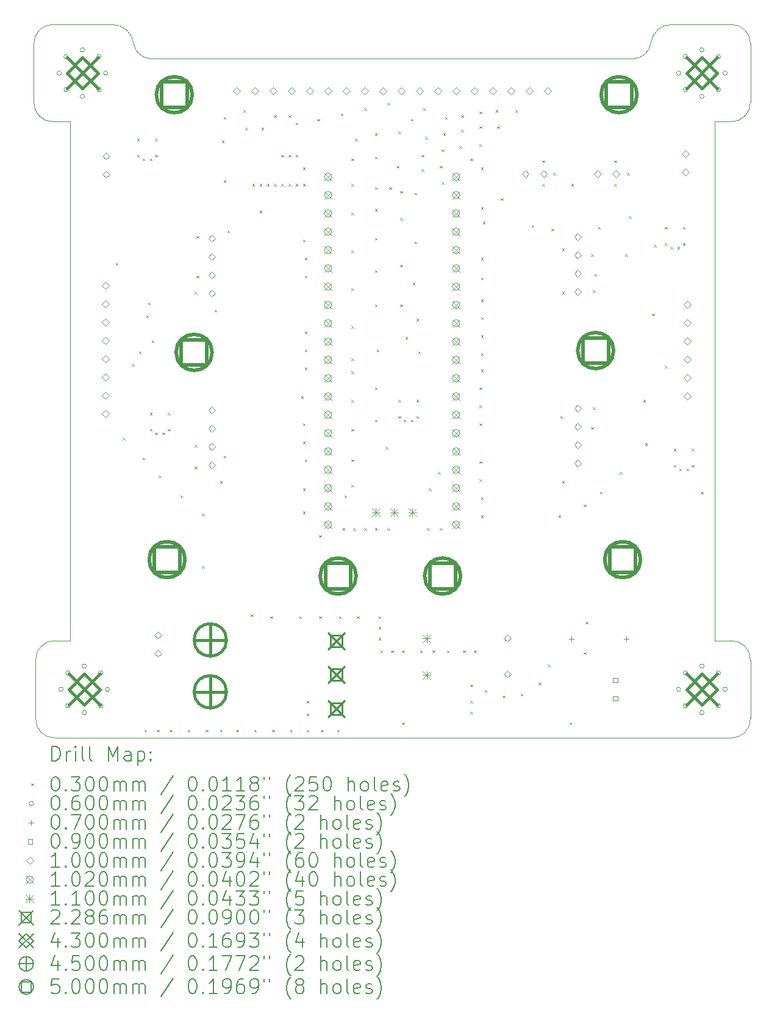
<source format=gbr>
%TF.GenerationSoftware,KiCad,Pcbnew,(6.0.9)*%
%TF.CreationDate,2022-12-14T14:47:03-05:00*%
%TF.ProjectId,Coaster_PCB_CDR,436f6173-7465-4725-9f50-43425f434452,rev?*%
%TF.SameCoordinates,Original*%
%TF.FileFunction,Drillmap*%
%TF.FilePolarity,Positive*%
%FSLAX45Y45*%
G04 Gerber Fmt 4.5, Leading zero omitted, Abs format (unit mm)*
G04 Created by KiCad (PCBNEW (6.0.9)) date 2022-12-14 14:47:03*
%MOMM*%
%LPD*%
G01*
G04 APERTURE LIST*
%ADD10C,0.100000*%
%ADD11C,0.200000*%
%ADD12C,0.030000*%
%ADD13C,0.060000*%
%ADD14C,0.070000*%
%ADD15C,0.090000*%
%ADD16C,0.102000*%
%ADD17C,0.110000*%
%ADD18C,0.228600*%
%ADD19C,0.430000*%
%ADD20C,0.450000*%
%ADD21C,0.500000*%
G04 APERTURE END LIST*
D10*
X17373940Y-15650000D02*
G75*
G03*
X17648940Y-15375000I11440J263560D01*
G01*
X16573940Y-5750005D02*
G75*
G03*
X16262500Y-6025000I-12980J-299155D01*
G01*
X17373940Y-14300000D02*
X17150000Y-14300000D01*
X17648940Y-6025000D02*
X17648940Y-6825000D01*
X7700000Y-6825000D02*
G75*
G03*
X7975000Y-7100000I263560J-11440D01*
G01*
X7725000Y-15375000D02*
X7725000Y-14575000D01*
X17373940Y-5750000D02*
X16573940Y-5750000D01*
X17648940Y-14575000D02*
G75*
G03*
X17373940Y-14300000I-263560J11440D01*
G01*
X17150000Y-14300000D02*
X17150000Y-7100000D01*
X9086445Y-6024999D02*
G75*
G03*
X9325000Y-6225000I243685J48389D01*
G01*
X7700000Y-6825000D02*
X7700000Y-6025000D01*
X8000000Y-14300000D02*
X8200000Y-14300000D01*
X8000000Y-14300000D02*
G75*
G03*
X7725000Y-14575000I-11440J-263560D01*
G01*
X8000000Y-15650000D02*
X8800000Y-15650000D01*
X9325000Y-6225000D02*
X16023940Y-6225000D01*
X7975000Y-5750000D02*
G75*
G03*
X7700000Y-6025000I-11440J-263560D01*
G01*
X8200000Y-7100000D02*
X8200000Y-14300000D01*
X17150000Y-7100000D02*
X17375000Y-7100000D01*
X7975000Y-5750000D02*
X8775000Y-5750000D01*
X7725000Y-15375000D02*
G75*
G03*
X8000000Y-15650000I263560J-11440D01*
G01*
X9086437Y-6025000D02*
G75*
G03*
X8775000Y-5750000I-298447J-24140D01*
G01*
X16023940Y-6225007D02*
G75*
G03*
X16262500Y-6025000I-5140J248407D01*
G01*
X17373940Y-15650000D02*
X16573940Y-15650000D01*
X17375000Y-7100002D02*
G75*
G03*
X17648940Y-6825000I10420J263562D01*
G01*
X7975000Y-7100000D02*
X8200000Y-7100000D01*
X17648940Y-6025000D02*
G75*
G03*
X17373940Y-5750000I-263560J11440D01*
G01*
X17648940Y-14575000D02*
X17648940Y-15375000D01*
X8800000Y-15650000D02*
X16573940Y-15650000D01*
D11*
D12*
X8835000Y-9060000D02*
X8865000Y-9090000D01*
X8865000Y-9060000D02*
X8835000Y-9090000D01*
X8935000Y-11485000D02*
X8965000Y-11515000D01*
X8965000Y-11485000D02*
X8935000Y-11515000D01*
X9060000Y-10460000D02*
X9090000Y-10490000D01*
X9090000Y-10460000D02*
X9060000Y-10490000D01*
X9135000Y-7335000D02*
X9165000Y-7365000D01*
X9165000Y-7335000D02*
X9135000Y-7365000D01*
X9135000Y-7560000D02*
X9165000Y-7590000D01*
X9165000Y-7560000D02*
X9135000Y-7590000D01*
X9160000Y-10285000D02*
X9190000Y-10315000D01*
X9190000Y-10285000D02*
X9160000Y-10315000D01*
X9210000Y-7610000D02*
X9240000Y-7640000D01*
X9240000Y-7610000D02*
X9210000Y-7640000D01*
X9210000Y-11760000D02*
X9240000Y-11790000D01*
X9240000Y-11760000D02*
X9210000Y-11790000D01*
X9235000Y-15535000D02*
X9265000Y-15565000D01*
X9265000Y-15535000D02*
X9235000Y-15565000D01*
X9260000Y-9785000D02*
X9290000Y-9815000D01*
X9290000Y-9785000D02*
X9260000Y-9815000D01*
X9285000Y-9610000D02*
X9315000Y-9640000D01*
X9315000Y-9610000D02*
X9285000Y-9640000D01*
X9310000Y-7610000D02*
X9340000Y-7640000D01*
X9340000Y-7610000D02*
X9310000Y-7640000D01*
X9310000Y-11135000D02*
X9340000Y-11165000D01*
X9340000Y-11135000D02*
X9310000Y-11165000D01*
X9310000Y-11360000D02*
X9340000Y-11390000D01*
X9340000Y-11360000D02*
X9310000Y-11390000D01*
X9335000Y-10135000D02*
X9365000Y-10165000D01*
X9365000Y-10135000D02*
X9335000Y-10165000D01*
X9385000Y-7335000D02*
X9415000Y-7365000D01*
X9415000Y-7335000D02*
X9385000Y-7365000D01*
X9385000Y-7560000D02*
X9415000Y-7590000D01*
X9415000Y-7560000D02*
X9385000Y-7590000D01*
X9385000Y-11410000D02*
X9415000Y-11440000D01*
X9415000Y-11410000D02*
X9385000Y-11440000D01*
X9410000Y-15535000D02*
X9440000Y-15565000D01*
X9440000Y-15535000D02*
X9410000Y-15565000D01*
X9435000Y-12010000D02*
X9465000Y-12040000D01*
X9465000Y-12010000D02*
X9435000Y-12040000D01*
X9485000Y-11410000D02*
X9515000Y-11440000D01*
X9515000Y-11410000D02*
X9485000Y-11440000D01*
X9560000Y-11135000D02*
X9590000Y-11165000D01*
X9590000Y-11135000D02*
X9560000Y-11165000D01*
X9560000Y-11360000D02*
X9590000Y-11390000D01*
X9590000Y-11360000D02*
X9560000Y-11390000D01*
X9585000Y-15535000D02*
X9615000Y-15565000D01*
X9615000Y-15535000D02*
X9585000Y-15565000D01*
X9735000Y-12285000D02*
X9765000Y-12315000D01*
X9765000Y-12285000D02*
X9735000Y-12315000D01*
X9835000Y-15535000D02*
X9865000Y-15565000D01*
X9865000Y-15535000D02*
X9835000Y-15565000D01*
X9935000Y-9460000D02*
X9965000Y-9490000D01*
X9965000Y-9460000D02*
X9935000Y-9490000D01*
X9935000Y-11585000D02*
X9965000Y-11615000D01*
X9965000Y-11585000D02*
X9935000Y-11615000D01*
X9935000Y-11885000D02*
X9965000Y-11915000D01*
X9965000Y-11885000D02*
X9935000Y-11915000D01*
X9960000Y-8685000D02*
X9990000Y-8715000D01*
X9990000Y-8685000D02*
X9960000Y-8715000D01*
X9960000Y-9235000D02*
X9990000Y-9265000D01*
X9990000Y-9235000D02*
X9960000Y-9265000D01*
X10035000Y-12535000D02*
X10065000Y-12565000D01*
X10065000Y-12535000D02*
X10035000Y-12565000D01*
X10035000Y-13260000D02*
X10065000Y-13290000D01*
X10065000Y-13260000D02*
X10035000Y-13290000D01*
X10085000Y-15535000D02*
X10115000Y-15565000D01*
X10115000Y-15535000D02*
X10085000Y-15565000D01*
X10210000Y-9710000D02*
X10240000Y-9740000D01*
X10240000Y-9710000D02*
X10210000Y-9740000D01*
X10285000Y-12085000D02*
X10315000Y-12115000D01*
X10315000Y-12085000D02*
X10285000Y-12115000D01*
X10285000Y-15535000D02*
X10315000Y-15565000D01*
X10315000Y-15535000D02*
X10285000Y-15565000D01*
X10310000Y-7360000D02*
X10340000Y-7390000D01*
X10340000Y-7360000D02*
X10310000Y-7390000D01*
X10335000Y-7035000D02*
X10365000Y-7065000D01*
X10365000Y-7035000D02*
X10335000Y-7065000D01*
X10335000Y-7910000D02*
X10365000Y-7940000D01*
X10365000Y-7910000D02*
X10335000Y-7940000D01*
X10335000Y-11735000D02*
X10365000Y-11765000D01*
X10365000Y-11735000D02*
X10335000Y-11765000D01*
X10385000Y-8610000D02*
X10415000Y-8640000D01*
X10415000Y-8610000D02*
X10385000Y-8640000D01*
X10510000Y-15535000D02*
X10540000Y-15565000D01*
X10540000Y-15535000D02*
X10510000Y-15565000D01*
X10610000Y-6935000D02*
X10640000Y-6965000D01*
X10640000Y-6935000D02*
X10610000Y-6965000D01*
X10635000Y-7185000D02*
X10665000Y-7215000D01*
X10665000Y-7185000D02*
X10635000Y-7215000D01*
X10710000Y-13935000D02*
X10740000Y-13965000D01*
X10740000Y-13935000D02*
X10710000Y-13965000D01*
X10735000Y-7960000D02*
X10765000Y-7990000D01*
X10765000Y-7960000D02*
X10735000Y-7990000D01*
X10760000Y-15535000D02*
X10790000Y-15565000D01*
X10790000Y-15535000D02*
X10760000Y-15565000D01*
X10835000Y-7960000D02*
X10865000Y-7990000D01*
X10865000Y-7960000D02*
X10835000Y-7990000D01*
X10835000Y-8335000D02*
X10865000Y-8365000D01*
X10865000Y-8335000D02*
X10835000Y-8365000D01*
X10860000Y-7185000D02*
X10890000Y-7215000D01*
X10890000Y-7185000D02*
X10860000Y-7215000D01*
X10935000Y-7960000D02*
X10965000Y-7990000D01*
X10965000Y-7960000D02*
X10935000Y-7990000D01*
X10985000Y-13960000D02*
X11015000Y-13990000D01*
X11015000Y-13960000D02*
X10985000Y-13990000D01*
X11010000Y-15535000D02*
X11040000Y-15565000D01*
X11040000Y-15535000D02*
X11010000Y-15565000D01*
X11035000Y-7010000D02*
X11065000Y-7040000D01*
X11065000Y-7010000D02*
X11035000Y-7040000D01*
X11035000Y-7960000D02*
X11065000Y-7990000D01*
X11065000Y-7960000D02*
X11035000Y-7990000D01*
X11135000Y-7560000D02*
X11165000Y-7590000D01*
X11165000Y-7560000D02*
X11135000Y-7590000D01*
X11135000Y-7960000D02*
X11165000Y-7990000D01*
X11165000Y-7960000D02*
X11135000Y-7990000D01*
X11235000Y-7010000D02*
X11265000Y-7040000D01*
X11265000Y-7010000D02*
X11235000Y-7040000D01*
X11235000Y-7560000D02*
X11265000Y-7590000D01*
X11265000Y-7560000D02*
X11235000Y-7590000D01*
X11235000Y-7960000D02*
X11265000Y-7990000D01*
X11265000Y-7960000D02*
X11235000Y-7990000D01*
X11260000Y-15535000D02*
X11290000Y-15565000D01*
X11290000Y-15535000D02*
X11260000Y-15565000D01*
X11335000Y-7110000D02*
X11365000Y-7140000D01*
X11365000Y-7110000D02*
X11335000Y-7140000D01*
X11335000Y-7560000D02*
X11365000Y-7590000D01*
X11365000Y-7560000D02*
X11335000Y-7590000D01*
X11335000Y-7960000D02*
X11365000Y-7990000D01*
X11365000Y-7960000D02*
X11335000Y-7990000D01*
X11385000Y-13960000D02*
X11415000Y-13990000D01*
X11415000Y-13960000D02*
X11385000Y-13990000D01*
X11410000Y-10910000D02*
X11440000Y-10940000D01*
X11440000Y-10910000D02*
X11410000Y-10940000D01*
X11435000Y-7735000D02*
X11465000Y-7765000D01*
X11465000Y-7735000D02*
X11435000Y-7765000D01*
X11435000Y-7960000D02*
X11465000Y-7990000D01*
X11465000Y-7960000D02*
X11435000Y-7990000D01*
X11435000Y-8735000D02*
X11465000Y-8765000D01*
X11465000Y-8735000D02*
X11435000Y-8765000D01*
X11435000Y-11285000D02*
X11465000Y-11315000D01*
X11465000Y-11285000D02*
X11435000Y-11315000D01*
X11435000Y-11535000D02*
X11465000Y-11565000D01*
X11465000Y-11535000D02*
X11435000Y-11565000D01*
X11435000Y-12185000D02*
X11465000Y-12215000D01*
X11465000Y-12185000D02*
X11435000Y-12215000D01*
X11435000Y-12510000D02*
X11465000Y-12540000D01*
X11465000Y-12510000D02*
X11435000Y-12540000D01*
X11460000Y-8985000D02*
X11490000Y-9015000D01*
X11490000Y-8985000D02*
X11460000Y-9015000D01*
X11460000Y-9235000D02*
X11490000Y-9265000D01*
X11490000Y-9235000D02*
X11460000Y-9265000D01*
X11460000Y-10010000D02*
X11490000Y-10040000D01*
X11490000Y-10010000D02*
X11460000Y-10040000D01*
X11460000Y-10260000D02*
X11490000Y-10290000D01*
X11490000Y-10260000D02*
X11460000Y-10290000D01*
X11460000Y-10510000D02*
X11490000Y-10540000D01*
X11490000Y-10510000D02*
X11460000Y-10540000D01*
X11460000Y-11785000D02*
X11490000Y-11815000D01*
X11490000Y-11785000D02*
X11460000Y-11815000D01*
X11485000Y-15135000D02*
X11515000Y-15165000D01*
X11515000Y-15135000D02*
X11485000Y-15165000D01*
X11485000Y-15310000D02*
X11515000Y-15340000D01*
X11515000Y-15310000D02*
X11485000Y-15340000D01*
X11485000Y-15535000D02*
X11515000Y-15565000D01*
X11515000Y-15535000D02*
X11485000Y-15565000D01*
X11635000Y-7060000D02*
X11665000Y-7090000D01*
X11665000Y-7060000D02*
X11635000Y-7090000D01*
X11660000Y-12835000D02*
X11690000Y-12865000D01*
X11690000Y-12835000D02*
X11660000Y-12865000D01*
X11660000Y-13960000D02*
X11690000Y-13990000D01*
X11690000Y-13960000D02*
X11660000Y-13990000D01*
X11685000Y-15535000D02*
X11715000Y-15565000D01*
X11715000Y-15535000D02*
X11685000Y-15565000D01*
X11910000Y-15535000D02*
X11940000Y-15565000D01*
X11940000Y-15535000D02*
X11910000Y-15565000D01*
X11935000Y-13960000D02*
X11965000Y-13990000D01*
X11965000Y-13960000D02*
X11935000Y-13990000D01*
X11960000Y-6985000D02*
X11990000Y-7015000D01*
X11990000Y-6985000D02*
X11960000Y-7015000D01*
X11985000Y-12735000D02*
X12015000Y-12765000D01*
X12015000Y-12735000D02*
X11985000Y-12765000D01*
X12010000Y-12285000D02*
X12040000Y-12315000D01*
X12040000Y-12285000D02*
X12010000Y-12315000D01*
X12110000Y-7610000D02*
X12140000Y-7640000D01*
X12140000Y-7610000D02*
X12110000Y-7640000D01*
X12110000Y-7960000D02*
X12140000Y-7990000D01*
X12140000Y-7960000D02*
X12110000Y-7990000D01*
X12110000Y-8360000D02*
X12140000Y-8390000D01*
X12140000Y-8360000D02*
X12110000Y-8390000D01*
X12110000Y-8885000D02*
X12140000Y-8915000D01*
X12140000Y-8885000D02*
X12110000Y-8915000D01*
X12110000Y-9410000D02*
X12140000Y-9440000D01*
X12140000Y-9410000D02*
X12110000Y-9440000D01*
X12110000Y-9935000D02*
X12140000Y-9965000D01*
X12140000Y-9935000D02*
X12110000Y-9965000D01*
X12110000Y-10385000D02*
X12140000Y-10415000D01*
X12140000Y-10385000D02*
X12110000Y-10415000D01*
X12110000Y-10560000D02*
X12140000Y-10590000D01*
X12140000Y-10560000D02*
X12110000Y-10590000D01*
X12110000Y-10960000D02*
X12140000Y-10990000D01*
X12140000Y-10960000D02*
X12110000Y-10990000D01*
X12110000Y-11360000D02*
X12140000Y-11390000D01*
X12140000Y-11360000D02*
X12110000Y-11390000D01*
X12110000Y-11785000D02*
X12140000Y-11815000D01*
X12140000Y-11785000D02*
X12110000Y-11815000D01*
X12110000Y-12135000D02*
X12140000Y-12165000D01*
X12140000Y-12135000D02*
X12110000Y-12165000D01*
X12135000Y-12735000D02*
X12165000Y-12765000D01*
X12165000Y-12735000D02*
X12135000Y-12765000D01*
X12160000Y-7335000D02*
X12190000Y-7365000D01*
X12190000Y-7335000D02*
X12160000Y-7365000D01*
X12185000Y-13960000D02*
X12215000Y-13990000D01*
X12215000Y-13960000D02*
X12185000Y-13990000D01*
X12285000Y-6910000D02*
X12315000Y-6940000D01*
X12315000Y-6910000D02*
X12285000Y-6940000D01*
X12285000Y-12735000D02*
X12315000Y-12765000D01*
X12315000Y-12735000D02*
X12285000Y-12765000D01*
X12435000Y-7260000D02*
X12465000Y-7290000D01*
X12465000Y-7260000D02*
X12435000Y-7290000D01*
X12435000Y-7585000D02*
X12465000Y-7615000D01*
X12465000Y-7585000D02*
X12435000Y-7615000D01*
X12435000Y-8010000D02*
X12465000Y-8040000D01*
X12465000Y-8010000D02*
X12435000Y-8040000D01*
X12435000Y-8310000D02*
X12465000Y-8340000D01*
X12465000Y-8310000D02*
X12435000Y-8340000D01*
X12435000Y-8710000D02*
X12465000Y-8740000D01*
X12465000Y-8710000D02*
X12435000Y-8740000D01*
X12435000Y-9160000D02*
X12465000Y-9190000D01*
X12465000Y-9160000D02*
X12435000Y-9190000D01*
X12435000Y-9635000D02*
X12465000Y-9665000D01*
X12465000Y-9635000D02*
X12435000Y-9665000D01*
X12435000Y-10785000D02*
X12465000Y-10815000D01*
X12465000Y-10785000D02*
X12435000Y-10815000D01*
X12435000Y-11235000D02*
X12465000Y-11265000D01*
X12465000Y-11235000D02*
X12435000Y-11265000D01*
X12435000Y-12735000D02*
X12465000Y-12765000D01*
X12465000Y-12735000D02*
X12435000Y-12765000D01*
X12460000Y-10260000D02*
X12490000Y-10290000D01*
X12490000Y-10260000D02*
X12460000Y-10290000D01*
X12485000Y-13960000D02*
X12515000Y-13990000D01*
X12515000Y-13960000D02*
X12485000Y-13990000D01*
X12485000Y-14110000D02*
X12515000Y-14140000D01*
X12515000Y-14110000D02*
X12485000Y-14140000D01*
X12485000Y-14260000D02*
X12515000Y-14290000D01*
X12515000Y-14260000D02*
X12485000Y-14290000D01*
X12510000Y-14435000D02*
X12540000Y-14465000D01*
X12540000Y-14435000D02*
X12510000Y-14465000D01*
X12585000Y-11610000D02*
X12615000Y-11640000D01*
X12615000Y-11610000D02*
X12585000Y-11640000D01*
X12610000Y-6835000D02*
X12640000Y-6865000D01*
X12640000Y-6835000D02*
X12610000Y-6865000D01*
X12610000Y-12735000D02*
X12640000Y-12765000D01*
X12640000Y-12735000D02*
X12610000Y-12765000D01*
X12635000Y-8010000D02*
X12665000Y-8040000D01*
X12665000Y-8010000D02*
X12635000Y-8040000D01*
X12660000Y-14435000D02*
X12690000Y-14465000D01*
X12690000Y-14435000D02*
X12660000Y-14465000D01*
X12735000Y-7710000D02*
X12765000Y-7740000D01*
X12765000Y-7710000D02*
X12735000Y-7740000D01*
X12760000Y-7235000D02*
X12790000Y-7265000D01*
X12790000Y-7235000D02*
X12760000Y-7265000D01*
X12760000Y-10960000D02*
X12790000Y-10990000D01*
X12790000Y-10960000D02*
X12760000Y-10990000D01*
X12760000Y-11185000D02*
X12790000Y-11215000D01*
X12790000Y-11185000D02*
X12760000Y-11215000D01*
X12785000Y-8060000D02*
X12815000Y-8090000D01*
X12815000Y-8060000D02*
X12785000Y-8090000D01*
X12785000Y-8435000D02*
X12815000Y-8465000D01*
X12815000Y-8435000D02*
X12785000Y-8465000D01*
X12785000Y-9085000D02*
X12815000Y-9115000D01*
X12815000Y-9085000D02*
X12785000Y-9115000D01*
X12785000Y-9635000D02*
X12815000Y-9665000D01*
X12815000Y-9635000D02*
X12785000Y-9665000D01*
X12810000Y-14435000D02*
X12840000Y-14465000D01*
X12840000Y-14435000D02*
X12810000Y-14465000D01*
X12810000Y-15435000D02*
X12840000Y-15465000D01*
X12840000Y-15435000D02*
X12810000Y-15465000D01*
X12835000Y-11235000D02*
X12865000Y-11265000D01*
X12865000Y-11235000D02*
X12835000Y-11265000D01*
X12860000Y-10085000D02*
X12890000Y-10115000D01*
X12890000Y-10085000D02*
X12860000Y-10115000D01*
X12935000Y-7060000D02*
X12965000Y-7090000D01*
X12965000Y-7060000D02*
X12935000Y-7090000D01*
X12935000Y-11235000D02*
X12965000Y-11265000D01*
X12965000Y-11235000D02*
X12935000Y-11265000D01*
X12960000Y-9335000D02*
X12990000Y-9365000D01*
X12990000Y-9335000D02*
X12960000Y-9365000D01*
X12985000Y-8085000D02*
X13015000Y-8115000D01*
X13015000Y-8085000D02*
X12985000Y-8115000D01*
X12985000Y-8760000D02*
X13015000Y-8790000D01*
X13015000Y-8760000D02*
X12985000Y-8790000D01*
X13010000Y-9835000D02*
X13040000Y-9865000D01*
X13040000Y-9835000D02*
X13010000Y-9865000D01*
X13010000Y-10960000D02*
X13040000Y-10990000D01*
X13040000Y-10960000D02*
X13010000Y-10990000D01*
X13010000Y-11185000D02*
X13040000Y-11215000D01*
X13040000Y-11185000D02*
X13010000Y-11215000D01*
X13035000Y-10285000D02*
X13065000Y-10315000D01*
X13065000Y-10285000D02*
X13035000Y-10315000D01*
X13060000Y-14435000D02*
X13090000Y-14465000D01*
X13090000Y-14435000D02*
X13060000Y-14465000D01*
X13085000Y-7560000D02*
X13115000Y-7590000D01*
X13115000Y-7560000D02*
X13085000Y-7590000D01*
X13085000Y-7760000D02*
X13115000Y-7790000D01*
X13115000Y-7760000D02*
X13085000Y-7790000D01*
X13110000Y-6910000D02*
X13140000Y-6940000D01*
X13140000Y-6910000D02*
X13110000Y-6940000D01*
X13135000Y-7310000D02*
X13165000Y-7340000D01*
X13165000Y-7310000D02*
X13135000Y-7340000D01*
X13160000Y-12735000D02*
X13190000Y-12765000D01*
X13190000Y-12735000D02*
X13160000Y-12765000D01*
X13185000Y-12185000D02*
X13215000Y-12215000D01*
X13215000Y-12185000D02*
X13185000Y-12215000D01*
X13235000Y-14435000D02*
X13265000Y-14465000D01*
X13265000Y-14435000D02*
X13235000Y-14465000D01*
X13310000Y-11960000D02*
X13340000Y-11990000D01*
X13340000Y-11960000D02*
X13310000Y-11990000D01*
X13335000Y-7710000D02*
X13365000Y-7740000D01*
X13365000Y-7710000D02*
X13335000Y-7740000D01*
X13335000Y-12735000D02*
X13365000Y-12765000D01*
X13365000Y-12735000D02*
X13335000Y-12765000D01*
X13360000Y-7485000D02*
X13390000Y-7515000D01*
X13390000Y-7485000D02*
X13360000Y-7515000D01*
X13360000Y-7935000D02*
X13390000Y-7965000D01*
X13390000Y-7935000D02*
X13360000Y-7965000D01*
X13385000Y-7260000D02*
X13415000Y-7290000D01*
X13415000Y-7260000D02*
X13385000Y-7290000D01*
X13410000Y-7035000D02*
X13440000Y-7065000D01*
X13440000Y-7035000D02*
X13410000Y-7065000D01*
X13435000Y-14435000D02*
X13465000Y-14465000D01*
X13465000Y-14435000D02*
X13435000Y-14465000D01*
X13610000Y-7435000D02*
X13640000Y-7465000D01*
X13640000Y-7435000D02*
X13610000Y-7465000D01*
X13635000Y-7010000D02*
X13665000Y-7040000D01*
X13665000Y-7010000D02*
X13635000Y-7040000D01*
X13635000Y-7210000D02*
X13665000Y-7240000D01*
X13665000Y-7210000D02*
X13635000Y-7240000D01*
X13660000Y-14435000D02*
X13690000Y-14465000D01*
X13690000Y-14435000D02*
X13660000Y-14465000D01*
X13760000Y-7610000D02*
X13790000Y-7640000D01*
X13790000Y-7610000D02*
X13760000Y-7640000D01*
X13760000Y-14910000D02*
X13790000Y-14940000D01*
X13790000Y-14910000D02*
X13760000Y-14940000D01*
X13760000Y-15135000D02*
X13790000Y-15165000D01*
X13790000Y-15135000D02*
X13760000Y-15165000D01*
X13760000Y-15285000D02*
X13790000Y-15315000D01*
X13790000Y-15285000D02*
X13760000Y-15315000D01*
X13810000Y-14435000D02*
X13840000Y-14465000D01*
X13840000Y-14435000D02*
X13810000Y-14465000D01*
X13885000Y-6960000D02*
X13915000Y-6990000D01*
X13915000Y-6960000D02*
X13885000Y-6990000D01*
X13885000Y-7160000D02*
X13915000Y-7190000D01*
X13915000Y-7160000D02*
X13885000Y-7190000D01*
X13885000Y-7410000D02*
X13915000Y-7440000D01*
X13915000Y-7410000D02*
X13885000Y-7440000D01*
X13885000Y-10785000D02*
X13915000Y-10815000D01*
X13915000Y-10785000D02*
X13885000Y-10815000D01*
X13885000Y-11035000D02*
X13915000Y-11065000D01*
X13915000Y-11035000D02*
X13885000Y-11065000D01*
X13885000Y-11285000D02*
X13915000Y-11315000D01*
X13915000Y-11285000D02*
X13885000Y-11315000D01*
X13885000Y-11810000D02*
X13915000Y-11840000D01*
X13915000Y-11810000D02*
X13885000Y-11840000D01*
X13885000Y-12060000D02*
X13915000Y-12090000D01*
X13915000Y-12060000D02*
X13885000Y-12090000D01*
X13910000Y-7735000D02*
X13940000Y-7765000D01*
X13940000Y-7735000D02*
X13910000Y-7765000D01*
X13910000Y-8285000D02*
X13940000Y-8315000D01*
X13940000Y-8285000D02*
X13910000Y-8315000D01*
X13910000Y-8985000D02*
X13940000Y-9015000D01*
X13940000Y-8985000D02*
X13910000Y-9015000D01*
X13910000Y-9260000D02*
X13940000Y-9290000D01*
X13940000Y-9260000D02*
X13910000Y-9290000D01*
X13910000Y-9560000D02*
X13940000Y-9590000D01*
X13940000Y-9560000D02*
X13910000Y-9590000D01*
X13910000Y-9810000D02*
X13940000Y-9840000D01*
X13940000Y-9810000D02*
X13910000Y-9840000D01*
X13910000Y-10060000D02*
X13940000Y-10090000D01*
X13940000Y-10060000D02*
X13910000Y-10090000D01*
X13910000Y-10310000D02*
X13940000Y-10340000D01*
X13940000Y-10310000D02*
X13910000Y-10340000D01*
X13910000Y-10535000D02*
X13940000Y-10565000D01*
X13940000Y-10535000D02*
X13910000Y-10565000D01*
X13910000Y-12310000D02*
X13940000Y-12340000D01*
X13940000Y-12310000D02*
X13910000Y-12340000D01*
X13910000Y-12560000D02*
X13940000Y-12590000D01*
X13940000Y-12560000D02*
X13910000Y-12590000D01*
X13935000Y-8485000D02*
X13965000Y-8515000D01*
X13965000Y-8485000D02*
X13935000Y-8515000D01*
X13960000Y-14985000D02*
X13990000Y-15015000D01*
X13990000Y-14985000D02*
X13960000Y-15015000D01*
X14110000Y-6935000D02*
X14140000Y-6965000D01*
X14140000Y-6935000D02*
X14110000Y-6965000D01*
X14135000Y-7160000D02*
X14165000Y-7190000D01*
X14165000Y-7160000D02*
X14135000Y-7190000D01*
X14185000Y-8160000D02*
X14215000Y-8190000D01*
X14215000Y-8160000D02*
X14185000Y-8190000D01*
X14210000Y-15060000D02*
X14240000Y-15090000D01*
X14240000Y-15060000D02*
X14210000Y-15090000D01*
X14385000Y-6935000D02*
X14415000Y-6965000D01*
X14415000Y-6935000D02*
X14385000Y-6965000D01*
X14460000Y-15035000D02*
X14490000Y-15065000D01*
X14490000Y-15035000D02*
X14460000Y-15065000D01*
X14610000Y-8535000D02*
X14640000Y-8565000D01*
X14640000Y-8535000D02*
X14610000Y-8565000D01*
X14710000Y-14885000D02*
X14740000Y-14915000D01*
X14740000Y-14885000D02*
X14710000Y-14915000D01*
X14760000Y-7635000D02*
X14790000Y-7665000D01*
X14790000Y-7635000D02*
X14760000Y-7665000D01*
X14760000Y-7960000D02*
X14790000Y-7990000D01*
X14790000Y-7960000D02*
X14760000Y-7990000D01*
X14835000Y-14635000D02*
X14865000Y-14665000D01*
X14865000Y-14635000D02*
X14835000Y-14665000D01*
X14885000Y-8585000D02*
X14915000Y-8615000D01*
X14915000Y-8585000D02*
X14885000Y-8615000D01*
X14910000Y-7810000D02*
X14940000Y-7840000D01*
X14940000Y-7810000D02*
X14910000Y-7840000D01*
X14985000Y-12560000D02*
X15015000Y-12590000D01*
X15015000Y-12560000D02*
X14985000Y-12590000D01*
X15010000Y-11185000D02*
X15040000Y-11215000D01*
X15040000Y-11185000D02*
X15010000Y-11215000D01*
X15035000Y-8860000D02*
X15065000Y-8890000D01*
X15065000Y-8860000D02*
X15035000Y-8890000D01*
X15035000Y-9460000D02*
X15065000Y-9490000D01*
X15065000Y-9460000D02*
X15035000Y-9490000D01*
X15035000Y-12085000D02*
X15065000Y-12115000D01*
X15065000Y-12085000D02*
X15035000Y-12115000D01*
X15135000Y-15435000D02*
X15165000Y-15465000D01*
X15165000Y-15435000D02*
X15135000Y-15465000D01*
X15160000Y-7960000D02*
X15190000Y-7990000D01*
X15190000Y-7960000D02*
X15160000Y-7990000D01*
X15335000Y-12410000D02*
X15365000Y-12440000D01*
X15365000Y-12410000D02*
X15335000Y-12440000D01*
X15335000Y-14460000D02*
X15365000Y-14490000D01*
X15365000Y-14460000D02*
X15335000Y-14490000D01*
X15360000Y-14035000D02*
X15390000Y-14065000D01*
X15390000Y-14035000D02*
X15360000Y-14065000D01*
X15435000Y-8935000D02*
X15465000Y-8965000D01*
X15465000Y-8935000D02*
X15435000Y-8965000D01*
X15435000Y-11335000D02*
X15465000Y-11365000D01*
X15465000Y-11335000D02*
X15435000Y-11365000D01*
X15460000Y-9435000D02*
X15490000Y-9465000D01*
X15490000Y-9435000D02*
X15460000Y-9465000D01*
X15460000Y-11060000D02*
X15490000Y-11090000D01*
X15490000Y-11060000D02*
X15460000Y-11090000D01*
X15485000Y-9210000D02*
X15515000Y-9240000D01*
X15515000Y-9210000D02*
X15485000Y-9240000D01*
X15535000Y-8560000D02*
X15565000Y-8590000D01*
X15565000Y-8560000D02*
X15535000Y-8590000D01*
X15560000Y-12235000D02*
X15590000Y-12265000D01*
X15590000Y-12235000D02*
X15560000Y-12265000D01*
X15760000Y-7635000D02*
X15790000Y-7665000D01*
X15790000Y-7635000D02*
X15760000Y-7665000D01*
X15760000Y-7960000D02*
X15790000Y-7990000D01*
X15790000Y-7960000D02*
X15760000Y-7990000D01*
X15835000Y-11960000D02*
X15865000Y-11990000D01*
X15865000Y-11960000D02*
X15835000Y-11990000D01*
X15910000Y-8935000D02*
X15940000Y-8965000D01*
X15940000Y-8935000D02*
X15910000Y-8965000D01*
X15935000Y-7810000D02*
X15965000Y-7840000D01*
X15965000Y-7810000D02*
X15935000Y-7840000D01*
X15960000Y-8410000D02*
X15990000Y-8440000D01*
X15990000Y-8410000D02*
X15960000Y-8440000D01*
X16160000Y-10960000D02*
X16190000Y-10990000D01*
X16190000Y-10960000D02*
X16160000Y-10990000D01*
X16185000Y-11560000D02*
X16215000Y-11590000D01*
X16215000Y-11560000D02*
X16185000Y-11590000D01*
X16285000Y-9760000D02*
X16315000Y-9790000D01*
X16315000Y-9760000D02*
X16285000Y-9790000D01*
X16310000Y-8810000D02*
X16340000Y-8840000D01*
X16340000Y-8810000D02*
X16310000Y-8840000D01*
X16460000Y-8560000D02*
X16490000Y-8590000D01*
X16490000Y-8560000D02*
X16460000Y-8590000D01*
X16460000Y-8785000D02*
X16490000Y-8815000D01*
X16490000Y-8785000D02*
X16460000Y-8815000D01*
X16460000Y-10485000D02*
X16490000Y-10515000D01*
X16490000Y-10485000D02*
X16460000Y-10515000D01*
X16535000Y-8835000D02*
X16565000Y-8865000D01*
X16565000Y-8835000D02*
X16535000Y-8865000D01*
X16585000Y-11635000D02*
X16615000Y-11665000D01*
X16615000Y-11635000D02*
X16585000Y-11665000D01*
X16585000Y-11860000D02*
X16615000Y-11890000D01*
X16615000Y-11860000D02*
X16585000Y-11890000D01*
X16635000Y-8835000D02*
X16665000Y-8865000D01*
X16665000Y-8835000D02*
X16635000Y-8865000D01*
X16660000Y-11910000D02*
X16690000Y-11940000D01*
X16690000Y-11910000D02*
X16660000Y-11940000D01*
X16710000Y-8560000D02*
X16740000Y-8590000D01*
X16740000Y-8560000D02*
X16710000Y-8590000D01*
X16710000Y-8785000D02*
X16740000Y-8815000D01*
X16740000Y-8785000D02*
X16710000Y-8815000D01*
X16760000Y-11910000D02*
X16790000Y-11940000D01*
X16790000Y-11910000D02*
X16760000Y-11940000D01*
X16835000Y-11635000D02*
X16865000Y-11665000D01*
X16865000Y-11635000D02*
X16835000Y-11665000D01*
X16835000Y-11860000D02*
X16865000Y-11890000D01*
X16865000Y-11860000D02*
X16835000Y-11890000D01*
X16960000Y-12235000D02*
X16990000Y-12265000D01*
X16990000Y-12235000D02*
X16960000Y-12265000D01*
D13*
X8082500Y-6425000D02*
G75*
G03*
X8082500Y-6425000I-30000J0D01*
G01*
X8107500Y-14975000D02*
G75*
G03*
X8107500Y-14975000I-30000J0D01*
G01*
X8176958Y-6196958D02*
G75*
G03*
X8176958Y-6196958I-30000J0D01*
G01*
X8176958Y-6653042D02*
G75*
G03*
X8176958Y-6653042I-30000J0D01*
G01*
X8201958Y-14746958D02*
G75*
G03*
X8201958Y-14746958I-30000J0D01*
G01*
X8201958Y-15203042D02*
G75*
G03*
X8201958Y-15203042I-30000J0D01*
G01*
X8405000Y-6102500D02*
G75*
G03*
X8405000Y-6102500I-30000J0D01*
G01*
X8405000Y-6747500D02*
G75*
G03*
X8405000Y-6747500I-30000J0D01*
G01*
X8430000Y-14652500D02*
G75*
G03*
X8430000Y-14652500I-30000J0D01*
G01*
X8430000Y-15297500D02*
G75*
G03*
X8430000Y-15297500I-30000J0D01*
G01*
X8633042Y-6196958D02*
G75*
G03*
X8633042Y-6196958I-30000J0D01*
G01*
X8633042Y-6653042D02*
G75*
G03*
X8633042Y-6653042I-30000J0D01*
G01*
X8658042Y-14746958D02*
G75*
G03*
X8658042Y-14746958I-30000J0D01*
G01*
X8658042Y-15203042D02*
G75*
G03*
X8658042Y-15203042I-30000J0D01*
G01*
X8727500Y-6425000D02*
G75*
G03*
X8727500Y-6425000I-30000J0D01*
G01*
X8752500Y-14975000D02*
G75*
G03*
X8752500Y-14975000I-30000J0D01*
G01*
X16682500Y-6425000D02*
G75*
G03*
X16682500Y-6425000I-30000J0D01*
G01*
X16682500Y-14975000D02*
G75*
G03*
X16682500Y-14975000I-30000J0D01*
G01*
X16776958Y-6196958D02*
G75*
G03*
X16776958Y-6196958I-30000J0D01*
G01*
X16776958Y-6653042D02*
G75*
G03*
X16776958Y-6653042I-30000J0D01*
G01*
X16776958Y-14746958D02*
G75*
G03*
X16776958Y-14746958I-30000J0D01*
G01*
X16776958Y-15203042D02*
G75*
G03*
X16776958Y-15203042I-30000J0D01*
G01*
X17005000Y-6102500D02*
G75*
G03*
X17005000Y-6102500I-30000J0D01*
G01*
X17005000Y-6747500D02*
G75*
G03*
X17005000Y-6747500I-30000J0D01*
G01*
X17005000Y-14652500D02*
G75*
G03*
X17005000Y-14652500I-30000J0D01*
G01*
X17005000Y-15297500D02*
G75*
G03*
X17005000Y-15297500I-30000J0D01*
G01*
X17233042Y-6196958D02*
G75*
G03*
X17233042Y-6196958I-30000J0D01*
G01*
X17233042Y-6653042D02*
G75*
G03*
X17233042Y-6653042I-30000J0D01*
G01*
X17233042Y-14746958D02*
G75*
G03*
X17233042Y-14746958I-30000J0D01*
G01*
X17233042Y-15203042D02*
G75*
G03*
X17233042Y-15203042I-30000J0D01*
G01*
X17327500Y-6425000D02*
G75*
G03*
X17327500Y-6425000I-30000J0D01*
G01*
X17327500Y-14975000D02*
G75*
G03*
X17327500Y-14975000I-30000J0D01*
G01*
D14*
X15163000Y-14240000D02*
X15163000Y-14310000D01*
X15128000Y-14275000D02*
X15198000Y-14275000D01*
X15925000Y-14240000D02*
X15925000Y-14310000D01*
X15890000Y-14275000D02*
X15960000Y-14275000D01*
D15*
X15806820Y-14880320D02*
X15806820Y-14816680D01*
X15743180Y-14816680D01*
X15743180Y-14880320D01*
X15806820Y-14880320D01*
X15806820Y-15134320D02*
X15806820Y-15070680D01*
X15743180Y-15070680D01*
X15743180Y-15134320D01*
X15806820Y-15134320D01*
D10*
X8697500Y-9421000D02*
X8747500Y-9371000D01*
X8697500Y-9321000D01*
X8647500Y-9371000D01*
X8697500Y-9421000D01*
X8697500Y-9675000D02*
X8747500Y-9625000D01*
X8697500Y-9575000D01*
X8647500Y-9625000D01*
X8697500Y-9675000D01*
X8697500Y-9929000D02*
X8747500Y-9879000D01*
X8697500Y-9829000D01*
X8647500Y-9879000D01*
X8697500Y-9929000D01*
X8697500Y-10183000D02*
X8747500Y-10133000D01*
X8697500Y-10083000D01*
X8647500Y-10133000D01*
X8697500Y-10183000D01*
X8697500Y-10437000D02*
X8747500Y-10387000D01*
X8697500Y-10337000D01*
X8647500Y-10387000D01*
X8697500Y-10437000D01*
X8697500Y-10691000D02*
X8747500Y-10641000D01*
X8697500Y-10591000D01*
X8647500Y-10641000D01*
X8697500Y-10691000D01*
X8697500Y-10945000D02*
X8747500Y-10895000D01*
X8697500Y-10845000D01*
X8647500Y-10895000D01*
X8697500Y-10945000D01*
X8697500Y-11199000D02*
X8747500Y-11149000D01*
X8697500Y-11099000D01*
X8647500Y-11149000D01*
X8697500Y-11199000D01*
X8702500Y-7625000D02*
X8752500Y-7575000D01*
X8702500Y-7525000D01*
X8652500Y-7575000D01*
X8702500Y-7625000D01*
X8702500Y-7879000D02*
X8752500Y-7829000D01*
X8702500Y-7779000D01*
X8652500Y-7829000D01*
X8702500Y-7879000D01*
X9422500Y-14271000D02*
X9472500Y-14221000D01*
X9422500Y-14171000D01*
X9372500Y-14221000D01*
X9422500Y-14271000D01*
X9422500Y-14525000D02*
X9472500Y-14475000D01*
X9422500Y-14425000D01*
X9372500Y-14475000D01*
X9422500Y-14525000D01*
X10172500Y-8768000D02*
X10222500Y-8718000D01*
X10172500Y-8668000D01*
X10122500Y-8718000D01*
X10172500Y-8768000D01*
X10172500Y-9022000D02*
X10222500Y-8972000D01*
X10172500Y-8922000D01*
X10122500Y-8972000D01*
X10172500Y-9022000D01*
X10172500Y-9276000D02*
X10222500Y-9226000D01*
X10172500Y-9176000D01*
X10122500Y-9226000D01*
X10172500Y-9276000D01*
X10172500Y-9530000D02*
X10222500Y-9480000D01*
X10172500Y-9430000D01*
X10122500Y-9480000D01*
X10172500Y-9530000D01*
X10172500Y-11150000D02*
X10222500Y-11100000D01*
X10172500Y-11050000D01*
X10122500Y-11100000D01*
X10172500Y-11150000D01*
X10172500Y-11404000D02*
X10222500Y-11354000D01*
X10172500Y-11304000D01*
X10122500Y-11354000D01*
X10172500Y-11404000D01*
X10172500Y-11658000D02*
X10222500Y-11608000D01*
X10172500Y-11558000D01*
X10122500Y-11608000D01*
X10172500Y-11658000D01*
X10172500Y-11912000D02*
X10222500Y-11862000D01*
X10172500Y-11812000D01*
X10122500Y-11862000D01*
X10172500Y-11912000D01*
X10517500Y-6722500D02*
X10567500Y-6672500D01*
X10517500Y-6622500D01*
X10467500Y-6672500D01*
X10517500Y-6722500D01*
X10771500Y-6722500D02*
X10821500Y-6672500D01*
X10771500Y-6622500D01*
X10721500Y-6672500D01*
X10771500Y-6722500D01*
X11025500Y-6722500D02*
X11075500Y-6672500D01*
X11025500Y-6622500D01*
X10975500Y-6672500D01*
X11025500Y-6722500D01*
X11279500Y-6722500D02*
X11329500Y-6672500D01*
X11279500Y-6622500D01*
X11229500Y-6672500D01*
X11279500Y-6722500D01*
X11533500Y-6722500D02*
X11583500Y-6672500D01*
X11533500Y-6622500D01*
X11483500Y-6672500D01*
X11533500Y-6722500D01*
X11787500Y-6722500D02*
X11837500Y-6672500D01*
X11787500Y-6622500D01*
X11737500Y-6672500D01*
X11787500Y-6722500D01*
X12041500Y-6722500D02*
X12091500Y-6672500D01*
X12041500Y-6622500D01*
X11991500Y-6672500D01*
X12041500Y-6722500D01*
X12295500Y-6722500D02*
X12345500Y-6672500D01*
X12295500Y-6622500D01*
X12245500Y-6672500D01*
X12295500Y-6722500D01*
X12549500Y-6722500D02*
X12599500Y-6672500D01*
X12549500Y-6622500D01*
X12499500Y-6672500D01*
X12549500Y-6722500D01*
X12803500Y-6722500D02*
X12853500Y-6672500D01*
X12803500Y-6622500D01*
X12753500Y-6672500D01*
X12803500Y-6722500D01*
X13057500Y-6722500D02*
X13107500Y-6672500D01*
X13057500Y-6622500D01*
X13007500Y-6672500D01*
X13057500Y-6722500D01*
X13311500Y-6722500D02*
X13361500Y-6672500D01*
X13311500Y-6622500D01*
X13261500Y-6672500D01*
X13311500Y-6722500D01*
X13565500Y-6722500D02*
X13615500Y-6672500D01*
X13565500Y-6622500D01*
X13515500Y-6672500D01*
X13565500Y-6722500D01*
X13819500Y-6722500D02*
X13869500Y-6672500D01*
X13819500Y-6622500D01*
X13769500Y-6672500D01*
X13819500Y-6722500D01*
X14073500Y-6722500D02*
X14123500Y-6672500D01*
X14073500Y-6622500D01*
X14023500Y-6672500D01*
X14073500Y-6722500D01*
X14275000Y-14313232D02*
X14325000Y-14263232D01*
X14275000Y-14213232D01*
X14225000Y-14263232D01*
X14275000Y-14313232D01*
X14275000Y-14813232D02*
X14325000Y-14763232D01*
X14275000Y-14713232D01*
X14225000Y-14763232D01*
X14275000Y-14813232D01*
X14327500Y-6722500D02*
X14377500Y-6672500D01*
X14327500Y-6622500D01*
X14277500Y-6672500D01*
X14327500Y-6722500D01*
X14525000Y-7875250D02*
X14575000Y-7825250D01*
X14525000Y-7775250D01*
X14475000Y-7825250D01*
X14525000Y-7875250D01*
X14581500Y-6722500D02*
X14631500Y-6672500D01*
X14581500Y-6622500D01*
X14531500Y-6672500D01*
X14581500Y-6722500D01*
X14779000Y-7875250D02*
X14829000Y-7825250D01*
X14779000Y-7775250D01*
X14729000Y-7825250D01*
X14779000Y-7875250D01*
X14835500Y-6722500D02*
X14885500Y-6672500D01*
X14835500Y-6622500D01*
X14785500Y-6672500D01*
X14835500Y-6722500D01*
X15252500Y-8745000D02*
X15302500Y-8695000D01*
X15252500Y-8645000D01*
X15202500Y-8695000D01*
X15252500Y-8745000D01*
X15252500Y-8999000D02*
X15302500Y-8949000D01*
X15252500Y-8899000D01*
X15202500Y-8949000D01*
X15252500Y-8999000D01*
X15252500Y-9253000D02*
X15302500Y-9203000D01*
X15252500Y-9153000D01*
X15202500Y-9203000D01*
X15252500Y-9253000D01*
X15252500Y-9507000D02*
X15302500Y-9457000D01*
X15252500Y-9407000D01*
X15202500Y-9457000D01*
X15252500Y-9507000D01*
X15252500Y-11125000D02*
X15302500Y-11075000D01*
X15252500Y-11025000D01*
X15202500Y-11075000D01*
X15252500Y-11125000D01*
X15252500Y-11379000D02*
X15302500Y-11329000D01*
X15252500Y-11279000D01*
X15202500Y-11329000D01*
X15252500Y-11379000D01*
X15252500Y-11633000D02*
X15302500Y-11583000D01*
X15252500Y-11533000D01*
X15202500Y-11583000D01*
X15252500Y-11633000D01*
X15252500Y-11887000D02*
X15302500Y-11837000D01*
X15252500Y-11787000D01*
X15202500Y-11837000D01*
X15252500Y-11887000D01*
X15525000Y-7872500D02*
X15575000Y-7822500D01*
X15525000Y-7772500D01*
X15475000Y-7822500D01*
X15525000Y-7872500D01*
X15779000Y-7872500D02*
X15829000Y-7822500D01*
X15779000Y-7772500D01*
X15729000Y-7822500D01*
X15779000Y-7872500D01*
X16750000Y-7596000D02*
X16800000Y-7546000D01*
X16750000Y-7496000D01*
X16700000Y-7546000D01*
X16750000Y-7596000D01*
X16750000Y-7850000D02*
X16800000Y-7800000D01*
X16750000Y-7750000D01*
X16700000Y-7800000D01*
X16750000Y-7850000D01*
X16772500Y-9687500D02*
X16822500Y-9637500D01*
X16772500Y-9587500D01*
X16722500Y-9637500D01*
X16772500Y-9687500D01*
X16772500Y-9941500D02*
X16822500Y-9891500D01*
X16772500Y-9841500D01*
X16722500Y-9891500D01*
X16772500Y-9941500D01*
X16772500Y-10195500D02*
X16822500Y-10145500D01*
X16772500Y-10095500D01*
X16722500Y-10145500D01*
X16772500Y-10195500D01*
X16772500Y-10449500D02*
X16822500Y-10399500D01*
X16772500Y-10349500D01*
X16722500Y-10399500D01*
X16772500Y-10449500D01*
X16772500Y-10703500D02*
X16822500Y-10653500D01*
X16772500Y-10603500D01*
X16722500Y-10653500D01*
X16772500Y-10703500D01*
X16772500Y-10957500D02*
X16822500Y-10907500D01*
X16772500Y-10857500D01*
X16722500Y-10907500D01*
X16772500Y-10957500D01*
D16*
X11735000Y-7813750D02*
X11837000Y-7915750D01*
X11837000Y-7813750D02*
X11735000Y-7915750D01*
X11837000Y-7864750D02*
G75*
G03*
X11837000Y-7864750I-51000J0D01*
G01*
X11735000Y-8067750D02*
X11837000Y-8169750D01*
X11837000Y-8067750D02*
X11735000Y-8169750D01*
X11837000Y-8118750D02*
G75*
G03*
X11837000Y-8118750I-51000J0D01*
G01*
X11735000Y-8321750D02*
X11837000Y-8423750D01*
X11837000Y-8321750D02*
X11735000Y-8423750D01*
X11837000Y-8372750D02*
G75*
G03*
X11837000Y-8372750I-51000J0D01*
G01*
X11735000Y-8575750D02*
X11837000Y-8677750D01*
X11837000Y-8575750D02*
X11735000Y-8677750D01*
X11837000Y-8626750D02*
G75*
G03*
X11837000Y-8626750I-51000J0D01*
G01*
X11735000Y-8829750D02*
X11837000Y-8931750D01*
X11837000Y-8829750D02*
X11735000Y-8931750D01*
X11837000Y-8880750D02*
G75*
G03*
X11837000Y-8880750I-51000J0D01*
G01*
X11735000Y-9083750D02*
X11837000Y-9185750D01*
X11837000Y-9083750D02*
X11735000Y-9185750D01*
X11837000Y-9134750D02*
G75*
G03*
X11837000Y-9134750I-51000J0D01*
G01*
X11735000Y-9337750D02*
X11837000Y-9439750D01*
X11837000Y-9337750D02*
X11735000Y-9439750D01*
X11837000Y-9388750D02*
G75*
G03*
X11837000Y-9388750I-51000J0D01*
G01*
X11735000Y-9591750D02*
X11837000Y-9693750D01*
X11837000Y-9591750D02*
X11735000Y-9693750D01*
X11837000Y-9642750D02*
G75*
G03*
X11837000Y-9642750I-51000J0D01*
G01*
X11735000Y-9845750D02*
X11837000Y-9947750D01*
X11837000Y-9845750D02*
X11735000Y-9947750D01*
X11837000Y-9896750D02*
G75*
G03*
X11837000Y-9896750I-51000J0D01*
G01*
X11735000Y-10099750D02*
X11837000Y-10201750D01*
X11837000Y-10099750D02*
X11735000Y-10201750D01*
X11837000Y-10150750D02*
G75*
G03*
X11837000Y-10150750I-51000J0D01*
G01*
X11735000Y-10353750D02*
X11837000Y-10455750D01*
X11837000Y-10353750D02*
X11735000Y-10455750D01*
X11837000Y-10404750D02*
G75*
G03*
X11837000Y-10404750I-51000J0D01*
G01*
X11735000Y-10607750D02*
X11837000Y-10709750D01*
X11837000Y-10607750D02*
X11735000Y-10709750D01*
X11837000Y-10658750D02*
G75*
G03*
X11837000Y-10658750I-51000J0D01*
G01*
X11735000Y-10861750D02*
X11837000Y-10963750D01*
X11837000Y-10861750D02*
X11735000Y-10963750D01*
X11837000Y-10912750D02*
G75*
G03*
X11837000Y-10912750I-51000J0D01*
G01*
X11735000Y-11115750D02*
X11837000Y-11217750D01*
X11837000Y-11115750D02*
X11735000Y-11217750D01*
X11837000Y-11166750D02*
G75*
G03*
X11837000Y-11166750I-51000J0D01*
G01*
X11735000Y-11369750D02*
X11837000Y-11471750D01*
X11837000Y-11369750D02*
X11735000Y-11471750D01*
X11837000Y-11420750D02*
G75*
G03*
X11837000Y-11420750I-51000J0D01*
G01*
X11735000Y-11623750D02*
X11837000Y-11725750D01*
X11837000Y-11623750D02*
X11735000Y-11725750D01*
X11837000Y-11674750D02*
G75*
G03*
X11837000Y-11674750I-51000J0D01*
G01*
X11735000Y-11877750D02*
X11837000Y-11979750D01*
X11837000Y-11877750D02*
X11735000Y-11979750D01*
X11837000Y-11928750D02*
G75*
G03*
X11837000Y-11928750I-51000J0D01*
G01*
X11735000Y-12131750D02*
X11837000Y-12233750D01*
X11837000Y-12131750D02*
X11735000Y-12233750D01*
X11837000Y-12182750D02*
G75*
G03*
X11837000Y-12182750I-51000J0D01*
G01*
X11735000Y-12385750D02*
X11837000Y-12487750D01*
X11837000Y-12385750D02*
X11735000Y-12487750D01*
X11837000Y-12436750D02*
G75*
G03*
X11837000Y-12436750I-51000J0D01*
G01*
X11735000Y-12639750D02*
X11837000Y-12741750D01*
X11837000Y-12639750D02*
X11735000Y-12741750D01*
X11837000Y-12690750D02*
G75*
G03*
X11837000Y-12690750I-51000J0D01*
G01*
X13513000Y-7813750D02*
X13615000Y-7915750D01*
X13615000Y-7813750D02*
X13513000Y-7915750D01*
X13615000Y-7864750D02*
G75*
G03*
X13615000Y-7864750I-51000J0D01*
G01*
X13513000Y-8067750D02*
X13615000Y-8169750D01*
X13615000Y-8067750D02*
X13513000Y-8169750D01*
X13615000Y-8118750D02*
G75*
G03*
X13615000Y-8118750I-51000J0D01*
G01*
X13513000Y-8321750D02*
X13615000Y-8423750D01*
X13615000Y-8321750D02*
X13513000Y-8423750D01*
X13615000Y-8372750D02*
G75*
G03*
X13615000Y-8372750I-51000J0D01*
G01*
X13513000Y-8575750D02*
X13615000Y-8677750D01*
X13615000Y-8575750D02*
X13513000Y-8677750D01*
X13615000Y-8626750D02*
G75*
G03*
X13615000Y-8626750I-51000J0D01*
G01*
X13513000Y-8829750D02*
X13615000Y-8931750D01*
X13615000Y-8829750D02*
X13513000Y-8931750D01*
X13615000Y-8880750D02*
G75*
G03*
X13615000Y-8880750I-51000J0D01*
G01*
X13513000Y-9083750D02*
X13615000Y-9185750D01*
X13615000Y-9083750D02*
X13513000Y-9185750D01*
X13615000Y-9134750D02*
G75*
G03*
X13615000Y-9134750I-51000J0D01*
G01*
X13513000Y-9337750D02*
X13615000Y-9439750D01*
X13615000Y-9337750D02*
X13513000Y-9439750D01*
X13615000Y-9388750D02*
G75*
G03*
X13615000Y-9388750I-51000J0D01*
G01*
X13513000Y-9591750D02*
X13615000Y-9693750D01*
X13615000Y-9591750D02*
X13513000Y-9693750D01*
X13615000Y-9642750D02*
G75*
G03*
X13615000Y-9642750I-51000J0D01*
G01*
X13513000Y-9845750D02*
X13615000Y-9947750D01*
X13615000Y-9845750D02*
X13513000Y-9947750D01*
X13615000Y-9896750D02*
G75*
G03*
X13615000Y-9896750I-51000J0D01*
G01*
X13513000Y-10099750D02*
X13615000Y-10201750D01*
X13615000Y-10099750D02*
X13513000Y-10201750D01*
X13615000Y-10150750D02*
G75*
G03*
X13615000Y-10150750I-51000J0D01*
G01*
X13513000Y-10353750D02*
X13615000Y-10455750D01*
X13615000Y-10353750D02*
X13513000Y-10455750D01*
X13615000Y-10404750D02*
G75*
G03*
X13615000Y-10404750I-51000J0D01*
G01*
X13513000Y-10607750D02*
X13615000Y-10709750D01*
X13615000Y-10607750D02*
X13513000Y-10709750D01*
X13615000Y-10658750D02*
G75*
G03*
X13615000Y-10658750I-51000J0D01*
G01*
X13513000Y-10861750D02*
X13615000Y-10963750D01*
X13615000Y-10861750D02*
X13513000Y-10963750D01*
X13615000Y-10912750D02*
G75*
G03*
X13615000Y-10912750I-51000J0D01*
G01*
X13513000Y-11115750D02*
X13615000Y-11217750D01*
X13615000Y-11115750D02*
X13513000Y-11217750D01*
X13615000Y-11166750D02*
G75*
G03*
X13615000Y-11166750I-51000J0D01*
G01*
X13513000Y-11369750D02*
X13615000Y-11471750D01*
X13615000Y-11369750D02*
X13513000Y-11471750D01*
X13615000Y-11420750D02*
G75*
G03*
X13615000Y-11420750I-51000J0D01*
G01*
X13513000Y-11623750D02*
X13615000Y-11725750D01*
X13615000Y-11623750D02*
X13513000Y-11725750D01*
X13615000Y-11674750D02*
G75*
G03*
X13615000Y-11674750I-51000J0D01*
G01*
X13513000Y-11877750D02*
X13615000Y-11979750D01*
X13615000Y-11877750D02*
X13513000Y-11979750D01*
X13615000Y-11928750D02*
G75*
G03*
X13615000Y-11928750I-51000J0D01*
G01*
X13513000Y-12131750D02*
X13615000Y-12233750D01*
X13615000Y-12131750D02*
X13513000Y-12233750D01*
X13615000Y-12182750D02*
G75*
G03*
X13615000Y-12182750I-51000J0D01*
G01*
X13513000Y-12385750D02*
X13615000Y-12487750D01*
X13615000Y-12385750D02*
X13513000Y-12487750D01*
X13615000Y-12436750D02*
G75*
G03*
X13615000Y-12436750I-51000J0D01*
G01*
X13513000Y-12639750D02*
X13615000Y-12741750D01*
X13615000Y-12639750D02*
X13513000Y-12741750D01*
X13615000Y-12690750D02*
G75*
G03*
X13615000Y-12690750I-51000J0D01*
G01*
D17*
X12391000Y-12467250D02*
X12501000Y-12577250D01*
X12501000Y-12467250D02*
X12391000Y-12577250D01*
X12446000Y-12467250D02*
X12446000Y-12577250D01*
X12391000Y-12522250D02*
X12501000Y-12522250D01*
X12645000Y-12467250D02*
X12755000Y-12577250D01*
X12755000Y-12467250D02*
X12645000Y-12577250D01*
X12700000Y-12467250D02*
X12700000Y-12577250D01*
X12645000Y-12522250D02*
X12755000Y-12522250D01*
X12899000Y-12467250D02*
X13009000Y-12577250D01*
X13009000Y-12467250D02*
X12899000Y-12577250D01*
X12954000Y-12467250D02*
X12954000Y-12577250D01*
X12899000Y-12522250D02*
X13009000Y-12522250D01*
X13100500Y-14214535D02*
X13210500Y-14324535D01*
X13210500Y-14214535D02*
X13100500Y-14324535D01*
X13155500Y-14214535D02*
X13155500Y-14324535D01*
X13100500Y-14269535D02*
X13210500Y-14269535D01*
X13100500Y-14722535D02*
X13210500Y-14832535D01*
X13210500Y-14722535D02*
X13100500Y-14832535D01*
X13155500Y-14722535D02*
X13155500Y-14832535D01*
X13100500Y-14777535D02*
X13210500Y-14777535D01*
D18*
X11785700Y-14190800D02*
X12014300Y-14419400D01*
X12014300Y-14190800D02*
X11785700Y-14419400D01*
X11980823Y-14385923D02*
X11980823Y-14224277D01*
X11819177Y-14224277D01*
X11819177Y-14385923D01*
X11980823Y-14385923D01*
X11785700Y-14660700D02*
X12014300Y-14889300D01*
X12014300Y-14660700D02*
X11785700Y-14889300D01*
X11980823Y-14855823D02*
X11980823Y-14694177D01*
X11819177Y-14694177D01*
X11819177Y-14855823D01*
X11980823Y-14855823D01*
X11785700Y-15130600D02*
X12014300Y-15359200D01*
X12014300Y-15130600D02*
X11785700Y-15359200D01*
X11980823Y-15325723D02*
X11980823Y-15164077D01*
X11819177Y-15164077D01*
X11819177Y-15325723D01*
X11980823Y-15325723D01*
D19*
X8160000Y-6210000D02*
X8590000Y-6640000D01*
X8590000Y-6210000D02*
X8160000Y-6640000D01*
X8375000Y-6640000D02*
X8590000Y-6425000D01*
X8375000Y-6210000D01*
X8160000Y-6425000D01*
X8375000Y-6640000D01*
X8185000Y-14760000D02*
X8615000Y-15190000D01*
X8615000Y-14760000D02*
X8185000Y-15190000D01*
X8400000Y-15190000D02*
X8615000Y-14975000D01*
X8400000Y-14760000D01*
X8185000Y-14975000D01*
X8400000Y-15190000D01*
X16760000Y-6210000D02*
X17190000Y-6640000D01*
X17190000Y-6210000D02*
X16760000Y-6640000D01*
X16975000Y-6640000D02*
X17190000Y-6425000D01*
X16975000Y-6210000D01*
X16760000Y-6425000D01*
X16975000Y-6640000D01*
X16760000Y-14760000D02*
X17190000Y-15190000D01*
X17190000Y-14760000D02*
X16760000Y-15190000D01*
X16975000Y-15190000D02*
X17190000Y-14975000D01*
X16975000Y-14760000D01*
X16760000Y-14975000D01*
X16975000Y-15190000D01*
D20*
X10150000Y-14065000D02*
X10150000Y-14515000D01*
X9925000Y-14290000D02*
X10375000Y-14290000D01*
X10375000Y-14290000D02*
G75*
G03*
X10375000Y-14290000I-225000J0D01*
G01*
X10150000Y-14785000D02*
X10150000Y-15235000D01*
X9925000Y-15010000D02*
X10375000Y-15010000D01*
X10375000Y-15010000D02*
G75*
G03*
X10375000Y-15010000I-225000J0D01*
G01*
D21*
X9726778Y-13351778D02*
X9726778Y-12998222D01*
X9373222Y-12998222D01*
X9373222Y-13351778D01*
X9726778Y-13351778D01*
X9800000Y-13175000D02*
G75*
G03*
X9800000Y-13175000I-250000J0D01*
G01*
X9826778Y-6901778D02*
X9826778Y-6548222D01*
X9473222Y-6548222D01*
X9473222Y-6901778D01*
X9826778Y-6901778D01*
X9900000Y-6725000D02*
G75*
G03*
X9900000Y-6725000I-250000J0D01*
G01*
X10101778Y-10476778D02*
X10101778Y-10123222D01*
X9748222Y-10123222D01*
X9748222Y-10476778D01*
X10101778Y-10476778D01*
X10175000Y-10300000D02*
G75*
G03*
X10175000Y-10300000I-250000J0D01*
G01*
X12101778Y-13579528D02*
X12101778Y-13225972D01*
X11748222Y-13225972D01*
X11748222Y-13579528D01*
X12101778Y-13579528D01*
X12175000Y-13402750D02*
G75*
G03*
X12175000Y-13402750I-250000J0D01*
G01*
X13551778Y-13579528D02*
X13551778Y-13225972D01*
X13198222Y-13225972D01*
X13198222Y-13579528D01*
X13551778Y-13579528D01*
X13625000Y-13402750D02*
G75*
G03*
X13625000Y-13402750I-250000J0D01*
G01*
X15676778Y-10451778D02*
X15676778Y-10098222D01*
X15323222Y-10098222D01*
X15323222Y-10451778D01*
X15676778Y-10451778D01*
X15750000Y-10275000D02*
G75*
G03*
X15750000Y-10275000I-250000J0D01*
G01*
X16001778Y-6901778D02*
X16001778Y-6548222D01*
X15648222Y-6548222D01*
X15648222Y-6901778D01*
X16001778Y-6901778D01*
X16075000Y-6725000D02*
G75*
G03*
X16075000Y-6725000I-250000J0D01*
G01*
X16051778Y-13351778D02*
X16051778Y-12998222D01*
X15698222Y-12998222D01*
X15698222Y-13351778D01*
X16051778Y-13351778D01*
X16125000Y-13175000D02*
G75*
G03*
X16125000Y-13175000I-250000J0D01*
G01*
D11*
X7952371Y-15965724D02*
X7952371Y-15765724D01*
X7999990Y-15765724D01*
X8028561Y-15775248D01*
X8047609Y-15794296D01*
X8057133Y-15813343D01*
X8066656Y-15851439D01*
X8066656Y-15880010D01*
X8057133Y-15918105D01*
X8047609Y-15937153D01*
X8028561Y-15956200D01*
X7999990Y-15965724D01*
X7952371Y-15965724D01*
X8152371Y-15965724D02*
X8152371Y-15832391D01*
X8152371Y-15870486D02*
X8161895Y-15851439D01*
X8171418Y-15841915D01*
X8190466Y-15832391D01*
X8209514Y-15832391D01*
X8276180Y-15965724D02*
X8276180Y-15832391D01*
X8276180Y-15765724D02*
X8266656Y-15775248D01*
X8276180Y-15784772D01*
X8285704Y-15775248D01*
X8276180Y-15765724D01*
X8276180Y-15784772D01*
X8399990Y-15965724D02*
X8380942Y-15956200D01*
X8371418Y-15937153D01*
X8371418Y-15765724D01*
X8504752Y-15965724D02*
X8485704Y-15956200D01*
X8476180Y-15937153D01*
X8476180Y-15765724D01*
X8733323Y-15965724D02*
X8733323Y-15765724D01*
X8799990Y-15908581D01*
X8866657Y-15765724D01*
X8866657Y-15965724D01*
X9047609Y-15965724D02*
X9047609Y-15860962D01*
X9038085Y-15841915D01*
X9019038Y-15832391D01*
X8980942Y-15832391D01*
X8961895Y-15841915D01*
X9047609Y-15956200D02*
X9028561Y-15965724D01*
X8980942Y-15965724D01*
X8961895Y-15956200D01*
X8952371Y-15937153D01*
X8952371Y-15918105D01*
X8961895Y-15899058D01*
X8980942Y-15889534D01*
X9028561Y-15889534D01*
X9047609Y-15880010D01*
X9142847Y-15832391D02*
X9142847Y-16032391D01*
X9142847Y-15841915D02*
X9161895Y-15832391D01*
X9199990Y-15832391D01*
X9219038Y-15841915D01*
X9228561Y-15851439D01*
X9238085Y-15870486D01*
X9238085Y-15927629D01*
X9228561Y-15946677D01*
X9219038Y-15956200D01*
X9199990Y-15965724D01*
X9161895Y-15965724D01*
X9142847Y-15956200D01*
X9323799Y-15946677D02*
X9333323Y-15956200D01*
X9323799Y-15965724D01*
X9314276Y-15956200D01*
X9323799Y-15946677D01*
X9323799Y-15965724D01*
X9323799Y-15841915D02*
X9333323Y-15851439D01*
X9323799Y-15860962D01*
X9314276Y-15851439D01*
X9323799Y-15841915D01*
X9323799Y-15860962D01*
D12*
X7664752Y-16280248D02*
X7694752Y-16310248D01*
X7694752Y-16280248D02*
X7664752Y-16310248D01*
D11*
X7990466Y-16185724D02*
X8009514Y-16185724D01*
X8028561Y-16195248D01*
X8038085Y-16204772D01*
X8047609Y-16223820D01*
X8057133Y-16261915D01*
X8057133Y-16309534D01*
X8047609Y-16347629D01*
X8038085Y-16366677D01*
X8028561Y-16376200D01*
X8009514Y-16385724D01*
X7990466Y-16385724D01*
X7971418Y-16376200D01*
X7961895Y-16366677D01*
X7952371Y-16347629D01*
X7942847Y-16309534D01*
X7942847Y-16261915D01*
X7952371Y-16223820D01*
X7961895Y-16204772D01*
X7971418Y-16195248D01*
X7990466Y-16185724D01*
X8142847Y-16366677D02*
X8152371Y-16376200D01*
X8142847Y-16385724D01*
X8133323Y-16376200D01*
X8142847Y-16366677D01*
X8142847Y-16385724D01*
X8219037Y-16185724D02*
X8342847Y-16185724D01*
X8276180Y-16261915D01*
X8304752Y-16261915D01*
X8323799Y-16271439D01*
X8333323Y-16280962D01*
X8342847Y-16300010D01*
X8342847Y-16347629D01*
X8333323Y-16366677D01*
X8323799Y-16376200D01*
X8304752Y-16385724D01*
X8247609Y-16385724D01*
X8228561Y-16376200D01*
X8219037Y-16366677D01*
X8466657Y-16185724D02*
X8485704Y-16185724D01*
X8504752Y-16195248D01*
X8514276Y-16204772D01*
X8523799Y-16223820D01*
X8533323Y-16261915D01*
X8533323Y-16309534D01*
X8523799Y-16347629D01*
X8514276Y-16366677D01*
X8504752Y-16376200D01*
X8485704Y-16385724D01*
X8466657Y-16385724D01*
X8447609Y-16376200D01*
X8438085Y-16366677D01*
X8428561Y-16347629D01*
X8419038Y-16309534D01*
X8419038Y-16261915D01*
X8428561Y-16223820D01*
X8438085Y-16204772D01*
X8447609Y-16195248D01*
X8466657Y-16185724D01*
X8657133Y-16185724D02*
X8676180Y-16185724D01*
X8695228Y-16195248D01*
X8704752Y-16204772D01*
X8714276Y-16223820D01*
X8723799Y-16261915D01*
X8723799Y-16309534D01*
X8714276Y-16347629D01*
X8704752Y-16366677D01*
X8695228Y-16376200D01*
X8676180Y-16385724D01*
X8657133Y-16385724D01*
X8638085Y-16376200D01*
X8628561Y-16366677D01*
X8619038Y-16347629D01*
X8609514Y-16309534D01*
X8609514Y-16261915D01*
X8619038Y-16223820D01*
X8628561Y-16204772D01*
X8638085Y-16195248D01*
X8657133Y-16185724D01*
X8809514Y-16385724D02*
X8809514Y-16252391D01*
X8809514Y-16271439D02*
X8819038Y-16261915D01*
X8838085Y-16252391D01*
X8866657Y-16252391D01*
X8885704Y-16261915D01*
X8895228Y-16280962D01*
X8895228Y-16385724D01*
X8895228Y-16280962D02*
X8904752Y-16261915D01*
X8923799Y-16252391D01*
X8952371Y-16252391D01*
X8971418Y-16261915D01*
X8980942Y-16280962D01*
X8980942Y-16385724D01*
X9076180Y-16385724D02*
X9076180Y-16252391D01*
X9076180Y-16271439D02*
X9085704Y-16261915D01*
X9104752Y-16252391D01*
X9133323Y-16252391D01*
X9152371Y-16261915D01*
X9161895Y-16280962D01*
X9161895Y-16385724D01*
X9161895Y-16280962D02*
X9171418Y-16261915D01*
X9190466Y-16252391D01*
X9219038Y-16252391D01*
X9238085Y-16261915D01*
X9247609Y-16280962D01*
X9247609Y-16385724D01*
X9638085Y-16176200D02*
X9466657Y-16433343D01*
X9895228Y-16185724D02*
X9914276Y-16185724D01*
X9933323Y-16195248D01*
X9942847Y-16204772D01*
X9952371Y-16223820D01*
X9961895Y-16261915D01*
X9961895Y-16309534D01*
X9952371Y-16347629D01*
X9942847Y-16366677D01*
X9933323Y-16376200D01*
X9914276Y-16385724D01*
X9895228Y-16385724D01*
X9876180Y-16376200D01*
X9866657Y-16366677D01*
X9857133Y-16347629D01*
X9847609Y-16309534D01*
X9847609Y-16261915D01*
X9857133Y-16223820D01*
X9866657Y-16204772D01*
X9876180Y-16195248D01*
X9895228Y-16185724D01*
X10047609Y-16366677D02*
X10057133Y-16376200D01*
X10047609Y-16385724D01*
X10038085Y-16376200D01*
X10047609Y-16366677D01*
X10047609Y-16385724D01*
X10180942Y-16185724D02*
X10199990Y-16185724D01*
X10219038Y-16195248D01*
X10228561Y-16204772D01*
X10238085Y-16223820D01*
X10247609Y-16261915D01*
X10247609Y-16309534D01*
X10238085Y-16347629D01*
X10228561Y-16366677D01*
X10219038Y-16376200D01*
X10199990Y-16385724D01*
X10180942Y-16385724D01*
X10161895Y-16376200D01*
X10152371Y-16366677D01*
X10142847Y-16347629D01*
X10133323Y-16309534D01*
X10133323Y-16261915D01*
X10142847Y-16223820D01*
X10152371Y-16204772D01*
X10161895Y-16195248D01*
X10180942Y-16185724D01*
X10438085Y-16385724D02*
X10323799Y-16385724D01*
X10380942Y-16385724D02*
X10380942Y-16185724D01*
X10361895Y-16214296D01*
X10342847Y-16233343D01*
X10323799Y-16242867D01*
X10628561Y-16385724D02*
X10514276Y-16385724D01*
X10571418Y-16385724D02*
X10571418Y-16185724D01*
X10552371Y-16214296D01*
X10533323Y-16233343D01*
X10514276Y-16242867D01*
X10742847Y-16271439D02*
X10723799Y-16261915D01*
X10714276Y-16252391D01*
X10704752Y-16233343D01*
X10704752Y-16223820D01*
X10714276Y-16204772D01*
X10723799Y-16195248D01*
X10742847Y-16185724D01*
X10780942Y-16185724D01*
X10799990Y-16195248D01*
X10809514Y-16204772D01*
X10819038Y-16223820D01*
X10819038Y-16233343D01*
X10809514Y-16252391D01*
X10799990Y-16261915D01*
X10780942Y-16271439D01*
X10742847Y-16271439D01*
X10723799Y-16280962D01*
X10714276Y-16290486D01*
X10704752Y-16309534D01*
X10704752Y-16347629D01*
X10714276Y-16366677D01*
X10723799Y-16376200D01*
X10742847Y-16385724D01*
X10780942Y-16385724D01*
X10799990Y-16376200D01*
X10809514Y-16366677D01*
X10819038Y-16347629D01*
X10819038Y-16309534D01*
X10809514Y-16290486D01*
X10799990Y-16280962D01*
X10780942Y-16271439D01*
X10895228Y-16185724D02*
X10895228Y-16223820D01*
X10971418Y-16185724D02*
X10971418Y-16223820D01*
X11266656Y-16461915D02*
X11257133Y-16452391D01*
X11238085Y-16423820D01*
X11228561Y-16404772D01*
X11219037Y-16376200D01*
X11209514Y-16328581D01*
X11209514Y-16290486D01*
X11219037Y-16242867D01*
X11228561Y-16214296D01*
X11238085Y-16195248D01*
X11257133Y-16166677D01*
X11266656Y-16157153D01*
X11333323Y-16204772D02*
X11342847Y-16195248D01*
X11361895Y-16185724D01*
X11409514Y-16185724D01*
X11428561Y-16195248D01*
X11438085Y-16204772D01*
X11447609Y-16223820D01*
X11447609Y-16242867D01*
X11438085Y-16271439D01*
X11323799Y-16385724D01*
X11447609Y-16385724D01*
X11628561Y-16185724D02*
X11533323Y-16185724D01*
X11523799Y-16280962D01*
X11533323Y-16271439D01*
X11552371Y-16261915D01*
X11599990Y-16261915D01*
X11619037Y-16271439D01*
X11628561Y-16280962D01*
X11638085Y-16300010D01*
X11638085Y-16347629D01*
X11628561Y-16366677D01*
X11619037Y-16376200D01*
X11599990Y-16385724D01*
X11552371Y-16385724D01*
X11533323Y-16376200D01*
X11523799Y-16366677D01*
X11761895Y-16185724D02*
X11780942Y-16185724D01*
X11799990Y-16195248D01*
X11809514Y-16204772D01*
X11819037Y-16223820D01*
X11828561Y-16261915D01*
X11828561Y-16309534D01*
X11819037Y-16347629D01*
X11809514Y-16366677D01*
X11799990Y-16376200D01*
X11780942Y-16385724D01*
X11761895Y-16385724D01*
X11742847Y-16376200D01*
X11733323Y-16366677D01*
X11723799Y-16347629D01*
X11714276Y-16309534D01*
X11714276Y-16261915D01*
X11723799Y-16223820D01*
X11733323Y-16204772D01*
X11742847Y-16195248D01*
X11761895Y-16185724D01*
X12066656Y-16385724D02*
X12066656Y-16185724D01*
X12152371Y-16385724D02*
X12152371Y-16280962D01*
X12142847Y-16261915D01*
X12123799Y-16252391D01*
X12095228Y-16252391D01*
X12076180Y-16261915D01*
X12066656Y-16271439D01*
X12276180Y-16385724D02*
X12257133Y-16376200D01*
X12247609Y-16366677D01*
X12238085Y-16347629D01*
X12238085Y-16290486D01*
X12247609Y-16271439D01*
X12257133Y-16261915D01*
X12276180Y-16252391D01*
X12304752Y-16252391D01*
X12323799Y-16261915D01*
X12333323Y-16271439D01*
X12342847Y-16290486D01*
X12342847Y-16347629D01*
X12333323Y-16366677D01*
X12323799Y-16376200D01*
X12304752Y-16385724D01*
X12276180Y-16385724D01*
X12457133Y-16385724D02*
X12438085Y-16376200D01*
X12428561Y-16357153D01*
X12428561Y-16185724D01*
X12609514Y-16376200D02*
X12590466Y-16385724D01*
X12552371Y-16385724D01*
X12533323Y-16376200D01*
X12523799Y-16357153D01*
X12523799Y-16280962D01*
X12533323Y-16261915D01*
X12552371Y-16252391D01*
X12590466Y-16252391D01*
X12609514Y-16261915D01*
X12619037Y-16280962D01*
X12619037Y-16300010D01*
X12523799Y-16319058D01*
X12695228Y-16376200D02*
X12714276Y-16385724D01*
X12752371Y-16385724D01*
X12771418Y-16376200D01*
X12780942Y-16357153D01*
X12780942Y-16347629D01*
X12771418Y-16328581D01*
X12752371Y-16319058D01*
X12723799Y-16319058D01*
X12704752Y-16309534D01*
X12695228Y-16290486D01*
X12695228Y-16280962D01*
X12704752Y-16261915D01*
X12723799Y-16252391D01*
X12752371Y-16252391D01*
X12771418Y-16261915D01*
X12847609Y-16461915D02*
X12857133Y-16452391D01*
X12876180Y-16423820D01*
X12885704Y-16404772D01*
X12895228Y-16376200D01*
X12904752Y-16328581D01*
X12904752Y-16290486D01*
X12895228Y-16242867D01*
X12885704Y-16214296D01*
X12876180Y-16195248D01*
X12857133Y-16166677D01*
X12847609Y-16157153D01*
D13*
X7694752Y-16559248D02*
G75*
G03*
X7694752Y-16559248I-30000J0D01*
G01*
D11*
X7990466Y-16449724D02*
X8009514Y-16449724D01*
X8028561Y-16459248D01*
X8038085Y-16468772D01*
X8047609Y-16487820D01*
X8057133Y-16525915D01*
X8057133Y-16573534D01*
X8047609Y-16611629D01*
X8038085Y-16630677D01*
X8028561Y-16640200D01*
X8009514Y-16649724D01*
X7990466Y-16649724D01*
X7971418Y-16640200D01*
X7961895Y-16630677D01*
X7952371Y-16611629D01*
X7942847Y-16573534D01*
X7942847Y-16525915D01*
X7952371Y-16487820D01*
X7961895Y-16468772D01*
X7971418Y-16459248D01*
X7990466Y-16449724D01*
X8142847Y-16630677D02*
X8152371Y-16640200D01*
X8142847Y-16649724D01*
X8133323Y-16640200D01*
X8142847Y-16630677D01*
X8142847Y-16649724D01*
X8323799Y-16449724D02*
X8285704Y-16449724D01*
X8266656Y-16459248D01*
X8257133Y-16468772D01*
X8238085Y-16497343D01*
X8228561Y-16535439D01*
X8228561Y-16611629D01*
X8238085Y-16630677D01*
X8247609Y-16640200D01*
X8266656Y-16649724D01*
X8304752Y-16649724D01*
X8323799Y-16640200D01*
X8333323Y-16630677D01*
X8342847Y-16611629D01*
X8342847Y-16564010D01*
X8333323Y-16544962D01*
X8323799Y-16535439D01*
X8304752Y-16525915D01*
X8266656Y-16525915D01*
X8247609Y-16535439D01*
X8238085Y-16544962D01*
X8228561Y-16564010D01*
X8466657Y-16449724D02*
X8485704Y-16449724D01*
X8504752Y-16459248D01*
X8514276Y-16468772D01*
X8523799Y-16487820D01*
X8533323Y-16525915D01*
X8533323Y-16573534D01*
X8523799Y-16611629D01*
X8514276Y-16630677D01*
X8504752Y-16640200D01*
X8485704Y-16649724D01*
X8466657Y-16649724D01*
X8447609Y-16640200D01*
X8438085Y-16630677D01*
X8428561Y-16611629D01*
X8419038Y-16573534D01*
X8419038Y-16525915D01*
X8428561Y-16487820D01*
X8438085Y-16468772D01*
X8447609Y-16459248D01*
X8466657Y-16449724D01*
X8657133Y-16449724D02*
X8676180Y-16449724D01*
X8695228Y-16459248D01*
X8704752Y-16468772D01*
X8714276Y-16487820D01*
X8723799Y-16525915D01*
X8723799Y-16573534D01*
X8714276Y-16611629D01*
X8704752Y-16630677D01*
X8695228Y-16640200D01*
X8676180Y-16649724D01*
X8657133Y-16649724D01*
X8638085Y-16640200D01*
X8628561Y-16630677D01*
X8619038Y-16611629D01*
X8609514Y-16573534D01*
X8609514Y-16525915D01*
X8619038Y-16487820D01*
X8628561Y-16468772D01*
X8638085Y-16459248D01*
X8657133Y-16449724D01*
X8809514Y-16649724D02*
X8809514Y-16516391D01*
X8809514Y-16535439D02*
X8819038Y-16525915D01*
X8838085Y-16516391D01*
X8866657Y-16516391D01*
X8885704Y-16525915D01*
X8895228Y-16544962D01*
X8895228Y-16649724D01*
X8895228Y-16544962D02*
X8904752Y-16525915D01*
X8923799Y-16516391D01*
X8952371Y-16516391D01*
X8971418Y-16525915D01*
X8980942Y-16544962D01*
X8980942Y-16649724D01*
X9076180Y-16649724D02*
X9076180Y-16516391D01*
X9076180Y-16535439D02*
X9085704Y-16525915D01*
X9104752Y-16516391D01*
X9133323Y-16516391D01*
X9152371Y-16525915D01*
X9161895Y-16544962D01*
X9161895Y-16649724D01*
X9161895Y-16544962D02*
X9171418Y-16525915D01*
X9190466Y-16516391D01*
X9219038Y-16516391D01*
X9238085Y-16525915D01*
X9247609Y-16544962D01*
X9247609Y-16649724D01*
X9638085Y-16440200D02*
X9466657Y-16697343D01*
X9895228Y-16449724D02*
X9914276Y-16449724D01*
X9933323Y-16459248D01*
X9942847Y-16468772D01*
X9952371Y-16487820D01*
X9961895Y-16525915D01*
X9961895Y-16573534D01*
X9952371Y-16611629D01*
X9942847Y-16630677D01*
X9933323Y-16640200D01*
X9914276Y-16649724D01*
X9895228Y-16649724D01*
X9876180Y-16640200D01*
X9866657Y-16630677D01*
X9857133Y-16611629D01*
X9847609Y-16573534D01*
X9847609Y-16525915D01*
X9857133Y-16487820D01*
X9866657Y-16468772D01*
X9876180Y-16459248D01*
X9895228Y-16449724D01*
X10047609Y-16630677D02*
X10057133Y-16640200D01*
X10047609Y-16649724D01*
X10038085Y-16640200D01*
X10047609Y-16630677D01*
X10047609Y-16649724D01*
X10180942Y-16449724D02*
X10199990Y-16449724D01*
X10219038Y-16459248D01*
X10228561Y-16468772D01*
X10238085Y-16487820D01*
X10247609Y-16525915D01*
X10247609Y-16573534D01*
X10238085Y-16611629D01*
X10228561Y-16630677D01*
X10219038Y-16640200D01*
X10199990Y-16649724D01*
X10180942Y-16649724D01*
X10161895Y-16640200D01*
X10152371Y-16630677D01*
X10142847Y-16611629D01*
X10133323Y-16573534D01*
X10133323Y-16525915D01*
X10142847Y-16487820D01*
X10152371Y-16468772D01*
X10161895Y-16459248D01*
X10180942Y-16449724D01*
X10323799Y-16468772D02*
X10333323Y-16459248D01*
X10352371Y-16449724D01*
X10399990Y-16449724D01*
X10419038Y-16459248D01*
X10428561Y-16468772D01*
X10438085Y-16487820D01*
X10438085Y-16506867D01*
X10428561Y-16535439D01*
X10314276Y-16649724D01*
X10438085Y-16649724D01*
X10504752Y-16449724D02*
X10628561Y-16449724D01*
X10561895Y-16525915D01*
X10590466Y-16525915D01*
X10609514Y-16535439D01*
X10619038Y-16544962D01*
X10628561Y-16564010D01*
X10628561Y-16611629D01*
X10619038Y-16630677D01*
X10609514Y-16640200D01*
X10590466Y-16649724D01*
X10533323Y-16649724D01*
X10514276Y-16640200D01*
X10504752Y-16630677D01*
X10799990Y-16449724D02*
X10761895Y-16449724D01*
X10742847Y-16459248D01*
X10733323Y-16468772D01*
X10714276Y-16497343D01*
X10704752Y-16535439D01*
X10704752Y-16611629D01*
X10714276Y-16630677D01*
X10723799Y-16640200D01*
X10742847Y-16649724D01*
X10780942Y-16649724D01*
X10799990Y-16640200D01*
X10809514Y-16630677D01*
X10819038Y-16611629D01*
X10819038Y-16564010D01*
X10809514Y-16544962D01*
X10799990Y-16535439D01*
X10780942Y-16525915D01*
X10742847Y-16525915D01*
X10723799Y-16535439D01*
X10714276Y-16544962D01*
X10704752Y-16564010D01*
X10895228Y-16449724D02*
X10895228Y-16487820D01*
X10971418Y-16449724D02*
X10971418Y-16487820D01*
X11266656Y-16725915D02*
X11257133Y-16716391D01*
X11238085Y-16687820D01*
X11228561Y-16668772D01*
X11219037Y-16640200D01*
X11209514Y-16592581D01*
X11209514Y-16554486D01*
X11219037Y-16506867D01*
X11228561Y-16478296D01*
X11238085Y-16459248D01*
X11257133Y-16430677D01*
X11266656Y-16421153D01*
X11323799Y-16449724D02*
X11447609Y-16449724D01*
X11380942Y-16525915D01*
X11409514Y-16525915D01*
X11428561Y-16535439D01*
X11438085Y-16544962D01*
X11447609Y-16564010D01*
X11447609Y-16611629D01*
X11438085Y-16630677D01*
X11428561Y-16640200D01*
X11409514Y-16649724D01*
X11352371Y-16649724D01*
X11333323Y-16640200D01*
X11323799Y-16630677D01*
X11523799Y-16468772D02*
X11533323Y-16459248D01*
X11552371Y-16449724D01*
X11599990Y-16449724D01*
X11619037Y-16459248D01*
X11628561Y-16468772D01*
X11638085Y-16487820D01*
X11638085Y-16506867D01*
X11628561Y-16535439D01*
X11514276Y-16649724D01*
X11638085Y-16649724D01*
X11876180Y-16649724D02*
X11876180Y-16449724D01*
X11961895Y-16649724D02*
X11961895Y-16544962D01*
X11952371Y-16525915D01*
X11933323Y-16516391D01*
X11904752Y-16516391D01*
X11885704Y-16525915D01*
X11876180Y-16535439D01*
X12085704Y-16649724D02*
X12066656Y-16640200D01*
X12057133Y-16630677D01*
X12047609Y-16611629D01*
X12047609Y-16554486D01*
X12057133Y-16535439D01*
X12066656Y-16525915D01*
X12085704Y-16516391D01*
X12114276Y-16516391D01*
X12133323Y-16525915D01*
X12142847Y-16535439D01*
X12152371Y-16554486D01*
X12152371Y-16611629D01*
X12142847Y-16630677D01*
X12133323Y-16640200D01*
X12114276Y-16649724D01*
X12085704Y-16649724D01*
X12266656Y-16649724D02*
X12247609Y-16640200D01*
X12238085Y-16621153D01*
X12238085Y-16449724D01*
X12419037Y-16640200D02*
X12399990Y-16649724D01*
X12361895Y-16649724D01*
X12342847Y-16640200D01*
X12333323Y-16621153D01*
X12333323Y-16544962D01*
X12342847Y-16525915D01*
X12361895Y-16516391D01*
X12399990Y-16516391D01*
X12419037Y-16525915D01*
X12428561Y-16544962D01*
X12428561Y-16564010D01*
X12333323Y-16583058D01*
X12504752Y-16640200D02*
X12523799Y-16649724D01*
X12561895Y-16649724D01*
X12580942Y-16640200D01*
X12590466Y-16621153D01*
X12590466Y-16611629D01*
X12580942Y-16592581D01*
X12561895Y-16583058D01*
X12533323Y-16583058D01*
X12514276Y-16573534D01*
X12504752Y-16554486D01*
X12504752Y-16544962D01*
X12514276Y-16525915D01*
X12533323Y-16516391D01*
X12561895Y-16516391D01*
X12580942Y-16525915D01*
X12657133Y-16725915D02*
X12666656Y-16716391D01*
X12685704Y-16687820D01*
X12695228Y-16668772D01*
X12704752Y-16640200D01*
X12714276Y-16592581D01*
X12714276Y-16554486D01*
X12704752Y-16506867D01*
X12695228Y-16478296D01*
X12685704Y-16459248D01*
X12666656Y-16430677D01*
X12657133Y-16421153D01*
D14*
X7659752Y-16788248D02*
X7659752Y-16858248D01*
X7624752Y-16823248D02*
X7694752Y-16823248D01*
D11*
X7990466Y-16713724D02*
X8009514Y-16713724D01*
X8028561Y-16723248D01*
X8038085Y-16732772D01*
X8047609Y-16751820D01*
X8057133Y-16789915D01*
X8057133Y-16837534D01*
X8047609Y-16875629D01*
X8038085Y-16894677D01*
X8028561Y-16904201D01*
X8009514Y-16913724D01*
X7990466Y-16913724D01*
X7971418Y-16904201D01*
X7961895Y-16894677D01*
X7952371Y-16875629D01*
X7942847Y-16837534D01*
X7942847Y-16789915D01*
X7952371Y-16751820D01*
X7961895Y-16732772D01*
X7971418Y-16723248D01*
X7990466Y-16713724D01*
X8142847Y-16894677D02*
X8152371Y-16904201D01*
X8142847Y-16913724D01*
X8133323Y-16904201D01*
X8142847Y-16894677D01*
X8142847Y-16913724D01*
X8219037Y-16713724D02*
X8352371Y-16713724D01*
X8266656Y-16913724D01*
X8466657Y-16713724D02*
X8485704Y-16713724D01*
X8504752Y-16723248D01*
X8514276Y-16732772D01*
X8523799Y-16751820D01*
X8533323Y-16789915D01*
X8533323Y-16837534D01*
X8523799Y-16875629D01*
X8514276Y-16894677D01*
X8504752Y-16904201D01*
X8485704Y-16913724D01*
X8466657Y-16913724D01*
X8447609Y-16904201D01*
X8438085Y-16894677D01*
X8428561Y-16875629D01*
X8419038Y-16837534D01*
X8419038Y-16789915D01*
X8428561Y-16751820D01*
X8438085Y-16732772D01*
X8447609Y-16723248D01*
X8466657Y-16713724D01*
X8657133Y-16713724D02*
X8676180Y-16713724D01*
X8695228Y-16723248D01*
X8704752Y-16732772D01*
X8714276Y-16751820D01*
X8723799Y-16789915D01*
X8723799Y-16837534D01*
X8714276Y-16875629D01*
X8704752Y-16894677D01*
X8695228Y-16904201D01*
X8676180Y-16913724D01*
X8657133Y-16913724D01*
X8638085Y-16904201D01*
X8628561Y-16894677D01*
X8619038Y-16875629D01*
X8609514Y-16837534D01*
X8609514Y-16789915D01*
X8619038Y-16751820D01*
X8628561Y-16732772D01*
X8638085Y-16723248D01*
X8657133Y-16713724D01*
X8809514Y-16913724D02*
X8809514Y-16780391D01*
X8809514Y-16799439D02*
X8819038Y-16789915D01*
X8838085Y-16780391D01*
X8866657Y-16780391D01*
X8885704Y-16789915D01*
X8895228Y-16808962D01*
X8895228Y-16913724D01*
X8895228Y-16808962D02*
X8904752Y-16789915D01*
X8923799Y-16780391D01*
X8952371Y-16780391D01*
X8971418Y-16789915D01*
X8980942Y-16808962D01*
X8980942Y-16913724D01*
X9076180Y-16913724D02*
X9076180Y-16780391D01*
X9076180Y-16799439D02*
X9085704Y-16789915D01*
X9104752Y-16780391D01*
X9133323Y-16780391D01*
X9152371Y-16789915D01*
X9161895Y-16808962D01*
X9161895Y-16913724D01*
X9161895Y-16808962D02*
X9171418Y-16789915D01*
X9190466Y-16780391D01*
X9219038Y-16780391D01*
X9238085Y-16789915D01*
X9247609Y-16808962D01*
X9247609Y-16913724D01*
X9638085Y-16704200D02*
X9466657Y-16961343D01*
X9895228Y-16713724D02*
X9914276Y-16713724D01*
X9933323Y-16723248D01*
X9942847Y-16732772D01*
X9952371Y-16751820D01*
X9961895Y-16789915D01*
X9961895Y-16837534D01*
X9952371Y-16875629D01*
X9942847Y-16894677D01*
X9933323Y-16904201D01*
X9914276Y-16913724D01*
X9895228Y-16913724D01*
X9876180Y-16904201D01*
X9866657Y-16894677D01*
X9857133Y-16875629D01*
X9847609Y-16837534D01*
X9847609Y-16789915D01*
X9857133Y-16751820D01*
X9866657Y-16732772D01*
X9876180Y-16723248D01*
X9895228Y-16713724D01*
X10047609Y-16894677D02*
X10057133Y-16904201D01*
X10047609Y-16913724D01*
X10038085Y-16904201D01*
X10047609Y-16894677D01*
X10047609Y-16913724D01*
X10180942Y-16713724D02*
X10199990Y-16713724D01*
X10219038Y-16723248D01*
X10228561Y-16732772D01*
X10238085Y-16751820D01*
X10247609Y-16789915D01*
X10247609Y-16837534D01*
X10238085Y-16875629D01*
X10228561Y-16894677D01*
X10219038Y-16904201D01*
X10199990Y-16913724D01*
X10180942Y-16913724D01*
X10161895Y-16904201D01*
X10152371Y-16894677D01*
X10142847Y-16875629D01*
X10133323Y-16837534D01*
X10133323Y-16789915D01*
X10142847Y-16751820D01*
X10152371Y-16732772D01*
X10161895Y-16723248D01*
X10180942Y-16713724D01*
X10323799Y-16732772D02*
X10333323Y-16723248D01*
X10352371Y-16713724D01*
X10399990Y-16713724D01*
X10419038Y-16723248D01*
X10428561Y-16732772D01*
X10438085Y-16751820D01*
X10438085Y-16770867D01*
X10428561Y-16799439D01*
X10314276Y-16913724D01*
X10438085Y-16913724D01*
X10504752Y-16713724D02*
X10638085Y-16713724D01*
X10552371Y-16913724D01*
X10799990Y-16713724D02*
X10761895Y-16713724D01*
X10742847Y-16723248D01*
X10733323Y-16732772D01*
X10714276Y-16761343D01*
X10704752Y-16799439D01*
X10704752Y-16875629D01*
X10714276Y-16894677D01*
X10723799Y-16904201D01*
X10742847Y-16913724D01*
X10780942Y-16913724D01*
X10799990Y-16904201D01*
X10809514Y-16894677D01*
X10819038Y-16875629D01*
X10819038Y-16828010D01*
X10809514Y-16808962D01*
X10799990Y-16799439D01*
X10780942Y-16789915D01*
X10742847Y-16789915D01*
X10723799Y-16799439D01*
X10714276Y-16808962D01*
X10704752Y-16828010D01*
X10895228Y-16713724D02*
X10895228Y-16751820D01*
X10971418Y-16713724D02*
X10971418Y-16751820D01*
X11266656Y-16989915D02*
X11257133Y-16980391D01*
X11238085Y-16951820D01*
X11228561Y-16932772D01*
X11219037Y-16904201D01*
X11209514Y-16856582D01*
X11209514Y-16818486D01*
X11219037Y-16770867D01*
X11228561Y-16742296D01*
X11238085Y-16723248D01*
X11257133Y-16694677D01*
X11266656Y-16685153D01*
X11333323Y-16732772D02*
X11342847Y-16723248D01*
X11361895Y-16713724D01*
X11409514Y-16713724D01*
X11428561Y-16723248D01*
X11438085Y-16732772D01*
X11447609Y-16751820D01*
X11447609Y-16770867D01*
X11438085Y-16799439D01*
X11323799Y-16913724D01*
X11447609Y-16913724D01*
X11685704Y-16913724D02*
X11685704Y-16713724D01*
X11771418Y-16913724D02*
X11771418Y-16808962D01*
X11761895Y-16789915D01*
X11742847Y-16780391D01*
X11714276Y-16780391D01*
X11695228Y-16789915D01*
X11685704Y-16799439D01*
X11895228Y-16913724D02*
X11876180Y-16904201D01*
X11866656Y-16894677D01*
X11857133Y-16875629D01*
X11857133Y-16818486D01*
X11866656Y-16799439D01*
X11876180Y-16789915D01*
X11895228Y-16780391D01*
X11923799Y-16780391D01*
X11942847Y-16789915D01*
X11952371Y-16799439D01*
X11961895Y-16818486D01*
X11961895Y-16875629D01*
X11952371Y-16894677D01*
X11942847Y-16904201D01*
X11923799Y-16913724D01*
X11895228Y-16913724D01*
X12076180Y-16913724D02*
X12057133Y-16904201D01*
X12047609Y-16885153D01*
X12047609Y-16713724D01*
X12228561Y-16904201D02*
X12209514Y-16913724D01*
X12171418Y-16913724D01*
X12152371Y-16904201D01*
X12142847Y-16885153D01*
X12142847Y-16808962D01*
X12152371Y-16789915D01*
X12171418Y-16780391D01*
X12209514Y-16780391D01*
X12228561Y-16789915D01*
X12238085Y-16808962D01*
X12238085Y-16828010D01*
X12142847Y-16847058D01*
X12314276Y-16904201D02*
X12333323Y-16913724D01*
X12371418Y-16913724D01*
X12390466Y-16904201D01*
X12399990Y-16885153D01*
X12399990Y-16875629D01*
X12390466Y-16856582D01*
X12371418Y-16847058D01*
X12342847Y-16847058D01*
X12323799Y-16837534D01*
X12314276Y-16818486D01*
X12314276Y-16808962D01*
X12323799Y-16789915D01*
X12342847Y-16780391D01*
X12371418Y-16780391D01*
X12390466Y-16789915D01*
X12466656Y-16989915D02*
X12476180Y-16980391D01*
X12495228Y-16951820D01*
X12504752Y-16932772D01*
X12514276Y-16904201D01*
X12523799Y-16856582D01*
X12523799Y-16818486D01*
X12514276Y-16770867D01*
X12504752Y-16742296D01*
X12495228Y-16723248D01*
X12476180Y-16694677D01*
X12466656Y-16685153D01*
D15*
X7681572Y-17119068D02*
X7681572Y-17055428D01*
X7617932Y-17055428D01*
X7617932Y-17119068D01*
X7681572Y-17119068D01*
D11*
X7990466Y-16977724D02*
X8009514Y-16977724D01*
X8028561Y-16987248D01*
X8038085Y-16996772D01*
X8047609Y-17015820D01*
X8057133Y-17053915D01*
X8057133Y-17101534D01*
X8047609Y-17139629D01*
X8038085Y-17158677D01*
X8028561Y-17168201D01*
X8009514Y-17177724D01*
X7990466Y-17177724D01*
X7971418Y-17168201D01*
X7961895Y-17158677D01*
X7952371Y-17139629D01*
X7942847Y-17101534D01*
X7942847Y-17053915D01*
X7952371Y-17015820D01*
X7961895Y-16996772D01*
X7971418Y-16987248D01*
X7990466Y-16977724D01*
X8142847Y-17158677D02*
X8152371Y-17168201D01*
X8142847Y-17177724D01*
X8133323Y-17168201D01*
X8142847Y-17158677D01*
X8142847Y-17177724D01*
X8247609Y-17177724D02*
X8285704Y-17177724D01*
X8304752Y-17168201D01*
X8314276Y-17158677D01*
X8333323Y-17130105D01*
X8342847Y-17092010D01*
X8342847Y-17015820D01*
X8333323Y-16996772D01*
X8323799Y-16987248D01*
X8304752Y-16977724D01*
X8266656Y-16977724D01*
X8247609Y-16987248D01*
X8238085Y-16996772D01*
X8228561Y-17015820D01*
X8228561Y-17063439D01*
X8238085Y-17082486D01*
X8247609Y-17092010D01*
X8266656Y-17101534D01*
X8304752Y-17101534D01*
X8323799Y-17092010D01*
X8333323Y-17082486D01*
X8342847Y-17063439D01*
X8466657Y-16977724D02*
X8485704Y-16977724D01*
X8504752Y-16987248D01*
X8514276Y-16996772D01*
X8523799Y-17015820D01*
X8533323Y-17053915D01*
X8533323Y-17101534D01*
X8523799Y-17139629D01*
X8514276Y-17158677D01*
X8504752Y-17168201D01*
X8485704Y-17177724D01*
X8466657Y-17177724D01*
X8447609Y-17168201D01*
X8438085Y-17158677D01*
X8428561Y-17139629D01*
X8419038Y-17101534D01*
X8419038Y-17053915D01*
X8428561Y-17015820D01*
X8438085Y-16996772D01*
X8447609Y-16987248D01*
X8466657Y-16977724D01*
X8657133Y-16977724D02*
X8676180Y-16977724D01*
X8695228Y-16987248D01*
X8704752Y-16996772D01*
X8714276Y-17015820D01*
X8723799Y-17053915D01*
X8723799Y-17101534D01*
X8714276Y-17139629D01*
X8704752Y-17158677D01*
X8695228Y-17168201D01*
X8676180Y-17177724D01*
X8657133Y-17177724D01*
X8638085Y-17168201D01*
X8628561Y-17158677D01*
X8619038Y-17139629D01*
X8609514Y-17101534D01*
X8609514Y-17053915D01*
X8619038Y-17015820D01*
X8628561Y-16996772D01*
X8638085Y-16987248D01*
X8657133Y-16977724D01*
X8809514Y-17177724D02*
X8809514Y-17044391D01*
X8809514Y-17063439D02*
X8819038Y-17053915D01*
X8838085Y-17044391D01*
X8866657Y-17044391D01*
X8885704Y-17053915D01*
X8895228Y-17072962D01*
X8895228Y-17177724D01*
X8895228Y-17072962D02*
X8904752Y-17053915D01*
X8923799Y-17044391D01*
X8952371Y-17044391D01*
X8971418Y-17053915D01*
X8980942Y-17072962D01*
X8980942Y-17177724D01*
X9076180Y-17177724D02*
X9076180Y-17044391D01*
X9076180Y-17063439D02*
X9085704Y-17053915D01*
X9104752Y-17044391D01*
X9133323Y-17044391D01*
X9152371Y-17053915D01*
X9161895Y-17072962D01*
X9161895Y-17177724D01*
X9161895Y-17072962D02*
X9171418Y-17053915D01*
X9190466Y-17044391D01*
X9219038Y-17044391D01*
X9238085Y-17053915D01*
X9247609Y-17072962D01*
X9247609Y-17177724D01*
X9638085Y-16968201D02*
X9466657Y-17225343D01*
X9895228Y-16977724D02*
X9914276Y-16977724D01*
X9933323Y-16987248D01*
X9942847Y-16996772D01*
X9952371Y-17015820D01*
X9961895Y-17053915D01*
X9961895Y-17101534D01*
X9952371Y-17139629D01*
X9942847Y-17158677D01*
X9933323Y-17168201D01*
X9914276Y-17177724D01*
X9895228Y-17177724D01*
X9876180Y-17168201D01*
X9866657Y-17158677D01*
X9857133Y-17139629D01*
X9847609Y-17101534D01*
X9847609Y-17053915D01*
X9857133Y-17015820D01*
X9866657Y-16996772D01*
X9876180Y-16987248D01*
X9895228Y-16977724D01*
X10047609Y-17158677D02*
X10057133Y-17168201D01*
X10047609Y-17177724D01*
X10038085Y-17168201D01*
X10047609Y-17158677D01*
X10047609Y-17177724D01*
X10180942Y-16977724D02*
X10199990Y-16977724D01*
X10219038Y-16987248D01*
X10228561Y-16996772D01*
X10238085Y-17015820D01*
X10247609Y-17053915D01*
X10247609Y-17101534D01*
X10238085Y-17139629D01*
X10228561Y-17158677D01*
X10219038Y-17168201D01*
X10199990Y-17177724D01*
X10180942Y-17177724D01*
X10161895Y-17168201D01*
X10152371Y-17158677D01*
X10142847Y-17139629D01*
X10133323Y-17101534D01*
X10133323Y-17053915D01*
X10142847Y-17015820D01*
X10152371Y-16996772D01*
X10161895Y-16987248D01*
X10180942Y-16977724D01*
X10314276Y-16977724D02*
X10438085Y-16977724D01*
X10371418Y-17053915D01*
X10399990Y-17053915D01*
X10419038Y-17063439D01*
X10428561Y-17072962D01*
X10438085Y-17092010D01*
X10438085Y-17139629D01*
X10428561Y-17158677D01*
X10419038Y-17168201D01*
X10399990Y-17177724D01*
X10342847Y-17177724D01*
X10323799Y-17168201D01*
X10314276Y-17158677D01*
X10619038Y-16977724D02*
X10523799Y-16977724D01*
X10514276Y-17072962D01*
X10523799Y-17063439D01*
X10542847Y-17053915D01*
X10590466Y-17053915D01*
X10609514Y-17063439D01*
X10619038Y-17072962D01*
X10628561Y-17092010D01*
X10628561Y-17139629D01*
X10619038Y-17158677D01*
X10609514Y-17168201D01*
X10590466Y-17177724D01*
X10542847Y-17177724D01*
X10523799Y-17168201D01*
X10514276Y-17158677D01*
X10799990Y-17044391D02*
X10799990Y-17177724D01*
X10752371Y-16968201D02*
X10704752Y-17111058D01*
X10828561Y-17111058D01*
X10895228Y-16977724D02*
X10895228Y-17015820D01*
X10971418Y-16977724D02*
X10971418Y-17015820D01*
X11266656Y-17253915D02*
X11257133Y-17244391D01*
X11238085Y-17215820D01*
X11228561Y-17196772D01*
X11219037Y-17168201D01*
X11209514Y-17120582D01*
X11209514Y-17082486D01*
X11219037Y-17034867D01*
X11228561Y-17006296D01*
X11238085Y-16987248D01*
X11257133Y-16958677D01*
X11266656Y-16949153D01*
X11333323Y-16996772D02*
X11342847Y-16987248D01*
X11361895Y-16977724D01*
X11409514Y-16977724D01*
X11428561Y-16987248D01*
X11438085Y-16996772D01*
X11447609Y-17015820D01*
X11447609Y-17034867D01*
X11438085Y-17063439D01*
X11323799Y-17177724D01*
X11447609Y-17177724D01*
X11685704Y-17177724D02*
X11685704Y-16977724D01*
X11771418Y-17177724D02*
X11771418Y-17072962D01*
X11761895Y-17053915D01*
X11742847Y-17044391D01*
X11714276Y-17044391D01*
X11695228Y-17053915D01*
X11685704Y-17063439D01*
X11895228Y-17177724D02*
X11876180Y-17168201D01*
X11866656Y-17158677D01*
X11857133Y-17139629D01*
X11857133Y-17082486D01*
X11866656Y-17063439D01*
X11876180Y-17053915D01*
X11895228Y-17044391D01*
X11923799Y-17044391D01*
X11942847Y-17053915D01*
X11952371Y-17063439D01*
X11961895Y-17082486D01*
X11961895Y-17139629D01*
X11952371Y-17158677D01*
X11942847Y-17168201D01*
X11923799Y-17177724D01*
X11895228Y-17177724D01*
X12076180Y-17177724D02*
X12057133Y-17168201D01*
X12047609Y-17149153D01*
X12047609Y-16977724D01*
X12228561Y-17168201D02*
X12209514Y-17177724D01*
X12171418Y-17177724D01*
X12152371Y-17168201D01*
X12142847Y-17149153D01*
X12142847Y-17072962D01*
X12152371Y-17053915D01*
X12171418Y-17044391D01*
X12209514Y-17044391D01*
X12228561Y-17053915D01*
X12238085Y-17072962D01*
X12238085Y-17092010D01*
X12142847Y-17111058D01*
X12314276Y-17168201D02*
X12333323Y-17177724D01*
X12371418Y-17177724D01*
X12390466Y-17168201D01*
X12399990Y-17149153D01*
X12399990Y-17139629D01*
X12390466Y-17120582D01*
X12371418Y-17111058D01*
X12342847Y-17111058D01*
X12323799Y-17101534D01*
X12314276Y-17082486D01*
X12314276Y-17072962D01*
X12323799Y-17053915D01*
X12342847Y-17044391D01*
X12371418Y-17044391D01*
X12390466Y-17053915D01*
X12466656Y-17253915D02*
X12476180Y-17244391D01*
X12495228Y-17215820D01*
X12504752Y-17196772D01*
X12514276Y-17168201D01*
X12523799Y-17120582D01*
X12523799Y-17082486D01*
X12514276Y-17034867D01*
X12504752Y-17006296D01*
X12495228Y-16987248D01*
X12476180Y-16958677D01*
X12466656Y-16949153D01*
D10*
X7644752Y-17401248D02*
X7694752Y-17351248D01*
X7644752Y-17301248D01*
X7594752Y-17351248D01*
X7644752Y-17401248D01*
D11*
X8057133Y-17441724D02*
X7942847Y-17441724D01*
X7999990Y-17441724D02*
X7999990Y-17241724D01*
X7980942Y-17270296D01*
X7961895Y-17289343D01*
X7942847Y-17298867D01*
X8142847Y-17422677D02*
X8152371Y-17432201D01*
X8142847Y-17441724D01*
X8133323Y-17432201D01*
X8142847Y-17422677D01*
X8142847Y-17441724D01*
X8276180Y-17241724D02*
X8295228Y-17241724D01*
X8314276Y-17251248D01*
X8323799Y-17260772D01*
X8333323Y-17279820D01*
X8342847Y-17317915D01*
X8342847Y-17365534D01*
X8333323Y-17403629D01*
X8323799Y-17422677D01*
X8314276Y-17432201D01*
X8295228Y-17441724D01*
X8276180Y-17441724D01*
X8257133Y-17432201D01*
X8247609Y-17422677D01*
X8238085Y-17403629D01*
X8228561Y-17365534D01*
X8228561Y-17317915D01*
X8238085Y-17279820D01*
X8247609Y-17260772D01*
X8257133Y-17251248D01*
X8276180Y-17241724D01*
X8466657Y-17241724D02*
X8485704Y-17241724D01*
X8504752Y-17251248D01*
X8514276Y-17260772D01*
X8523799Y-17279820D01*
X8533323Y-17317915D01*
X8533323Y-17365534D01*
X8523799Y-17403629D01*
X8514276Y-17422677D01*
X8504752Y-17432201D01*
X8485704Y-17441724D01*
X8466657Y-17441724D01*
X8447609Y-17432201D01*
X8438085Y-17422677D01*
X8428561Y-17403629D01*
X8419038Y-17365534D01*
X8419038Y-17317915D01*
X8428561Y-17279820D01*
X8438085Y-17260772D01*
X8447609Y-17251248D01*
X8466657Y-17241724D01*
X8657133Y-17241724D02*
X8676180Y-17241724D01*
X8695228Y-17251248D01*
X8704752Y-17260772D01*
X8714276Y-17279820D01*
X8723799Y-17317915D01*
X8723799Y-17365534D01*
X8714276Y-17403629D01*
X8704752Y-17422677D01*
X8695228Y-17432201D01*
X8676180Y-17441724D01*
X8657133Y-17441724D01*
X8638085Y-17432201D01*
X8628561Y-17422677D01*
X8619038Y-17403629D01*
X8609514Y-17365534D01*
X8609514Y-17317915D01*
X8619038Y-17279820D01*
X8628561Y-17260772D01*
X8638085Y-17251248D01*
X8657133Y-17241724D01*
X8809514Y-17441724D02*
X8809514Y-17308391D01*
X8809514Y-17327439D02*
X8819038Y-17317915D01*
X8838085Y-17308391D01*
X8866657Y-17308391D01*
X8885704Y-17317915D01*
X8895228Y-17336962D01*
X8895228Y-17441724D01*
X8895228Y-17336962D02*
X8904752Y-17317915D01*
X8923799Y-17308391D01*
X8952371Y-17308391D01*
X8971418Y-17317915D01*
X8980942Y-17336962D01*
X8980942Y-17441724D01*
X9076180Y-17441724D02*
X9076180Y-17308391D01*
X9076180Y-17327439D02*
X9085704Y-17317915D01*
X9104752Y-17308391D01*
X9133323Y-17308391D01*
X9152371Y-17317915D01*
X9161895Y-17336962D01*
X9161895Y-17441724D01*
X9161895Y-17336962D02*
X9171418Y-17317915D01*
X9190466Y-17308391D01*
X9219038Y-17308391D01*
X9238085Y-17317915D01*
X9247609Y-17336962D01*
X9247609Y-17441724D01*
X9638085Y-17232201D02*
X9466657Y-17489343D01*
X9895228Y-17241724D02*
X9914276Y-17241724D01*
X9933323Y-17251248D01*
X9942847Y-17260772D01*
X9952371Y-17279820D01*
X9961895Y-17317915D01*
X9961895Y-17365534D01*
X9952371Y-17403629D01*
X9942847Y-17422677D01*
X9933323Y-17432201D01*
X9914276Y-17441724D01*
X9895228Y-17441724D01*
X9876180Y-17432201D01*
X9866657Y-17422677D01*
X9857133Y-17403629D01*
X9847609Y-17365534D01*
X9847609Y-17317915D01*
X9857133Y-17279820D01*
X9866657Y-17260772D01*
X9876180Y-17251248D01*
X9895228Y-17241724D01*
X10047609Y-17422677D02*
X10057133Y-17432201D01*
X10047609Y-17441724D01*
X10038085Y-17432201D01*
X10047609Y-17422677D01*
X10047609Y-17441724D01*
X10180942Y-17241724D02*
X10199990Y-17241724D01*
X10219038Y-17251248D01*
X10228561Y-17260772D01*
X10238085Y-17279820D01*
X10247609Y-17317915D01*
X10247609Y-17365534D01*
X10238085Y-17403629D01*
X10228561Y-17422677D01*
X10219038Y-17432201D01*
X10199990Y-17441724D01*
X10180942Y-17441724D01*
X10161895Y-17432201D01*
X10152371Y-17422677D01*
X10142847Y-17403629D01*
X10133323Y-17365534D01*
X10133323Y-17317915D01*
X10142847Y-17279820D01*
X10152371Y-17260772D01*
X10161895Y-17251248D01*
X10180942Y-17241724D01*
X10314276Y-17241724D02*
X10438085Y-17241724D01*
X10371418Y-17317915D01*
X10399990Y-17317915D01*
X10419038Y-17327439D01*
X10428561Y-17336962D01*
X10438085Y-17356010D01*
X10438085Y-17403629D01*
X10428561Y-17422677D01*
X10419038Y-17432201D01*
X10399990Y-17441724D01*
X10342847Y-17441724D01*
X10323799Y-17432201D01*
X10314276Y-17422677D01*
X10533323Y-17441724D02*
X10571418Y-17441724D01*
X10590466Y-17432201D01*
X10599990Y-17422677D01*
X10619038Y-17394105D01*
X10628561Y-17356010D01*
X10628561Y-17279820D01*
X10619038Y-17260772D01*
X10609514Y-17251248D01*
X10590466Y-17241724D01*
X10552371Y-17241724D01*
X10533323Y-17251248D01*
X10523799Y-17260772D01*
X10514276Y-17279820D01*
X10514276Y-17327439D01*
X10523799Y-17346486D01*
X10533323Y-17356010D01*
X10552371Y-17365534D01*
X10590466Y-17365534D01*
X10609514Y-17356010D01*
X10619038Y-17346486D01*
X10628561Y-17327439D01*
X10799990Y-17308391D02*
X10799990Y-17441724D01*
X10752371Y-17232201D02*
X10704752Y-17375058D01*
X10828561Y-17375058D01*
X10895228Y-17241724D02*
X10895228Y-17279820D01*
X10971418Y-17241724D02*
X10971418Y-17279820D01*
X11266656Y-17517915D02*
X11257133Y-17508391D01*
X11238085Y-17479820D01*
X11228561Y-17460772D01*
X11219037Y-17432201D01*
X11209514Y-17384582D01*
X11209514Y-17346486D01*
X11219037Y-17298867D01*
X11228561Y-17270296D01*
X11238085Y-17251248D01*
X11257133Y-17222677D01*
X11266656Y-17213153D01*
X11428561Y-17241724D02*
X11390466Y-17241724D01*
X11371418Y-17251248D01*
X11361895Y-17260772D01*
X11342847Y-17289343D01*
X11333323Y-17327439D01*
X11333323Y-17403629D01*
X11342847Y-17422677D01*
X11352371Y-17432201D01*
X11371418Y-17441724D01*
X11409514Y-17441724D01*
X11428561Y-17432201D01*
X11438085Y-17422677D01*
X11447609Y-17403629D01*
X11447609Y-17356010D01*
X11438085Y-17336962D01*
X11428561Y-17327439D01*
X11409514Y-17317915D01*
X11371418Y-17317915D01*
X11352371Y-17327439D01*
X11342847Y-17336962D01*
X11333323Y-17356010D01*
X11571418Y-17241724D02*
X11590466Y-17241724D01*
X11609514Y-17251248D01*
X11619037Y-17260772D01*
X11628561Y-17279820D01*
X11638085Y-17317915D01*
X11638085Y-17365534D01*
X11628561Y-17403629D01*
X11619037Y-17422677D01*
X11609514Y-17432201D01*
X11590466Y-17441724D01*
X11571418Y-17441724D01*
X11552371Y-17432201D01*
X11542847Y-17422677D01*
X11533323Y-17403629D01*
X11523799Y-17365534D01*
X11523799Y-17317915D01*
X11533323Y-17279820D01*
X11542847Y-17260772D01*
X11552371Y-17251248D01*
X11571418Y-17241724D01*
X11876180Y-17441724D02*
X11876180Y-17241724D01*
X11961895Y-17441724D02*
X11961895Y-17336962D01*
X11952371Y-17317915D01*
X11933323Y-17308391D01*
X11904752Y-17308391D01*
X11885704Y-17317915D01*
X11876180Y-17327439D01*
X12085704Y-17441724D02*
X12066656Y-17432201D01*
X12057133Y-17422677D01*
X12047609Y-17403629D01*
X12047609Y-17346486D01*
X12057133Y-17327439D01*
X12066656Y-17317915D01*
X12085704Y-17308391D01*
X12114276Y-17308391D01*
X12133323Y-17317915D01*
X12142847Y-17327439D01*
X12152371Y-17346486D01*
X12152371Y-17403629D01*
X12142847Y-17422677D01*
X12133323Y-17432201D01*
X12114276Y-17441724D01*
X12085704Y-17441724D01*
X12266656Y-17441724D02*
X12247609Y-17432201D01*
X12238085Y-17413153D01*
X12238085Y-17241724D01*
X12419037Y-17432201D02*
X12399990Y-17441724D01*
X12361895Y-17441724D01*
X12342847Y-17432201D01*
X12333323Y-17413153D01*
X12333323Y-17336962D01*
X12342847Y-17317915D01*
X12361895Y-17308391D01*
X12399990Y-17308391D01*
X12419037Y-17317915D01*
X12428561Y-17336962D01*
X12428561Y-17356010D01*
X12333323Y-17375058D01*
X12504752Y-17432201D02*
X12523799Y-17441724D01*
X12561895Y-17441724D01*
X12580942Y-17432201D01*
X12590466Y-17413153D01*
X12590466Y-17403629D01*
X12580942Y-17384582D01*
X12561895Y-17375058D01*
X12533323Y-17375058D01*
X12514276Y-17365534D01*
X12504752Y-17346486D01*
X12504752Y-17336962D01*
X12514276Y-17317915D01*
X12533323Y-17308391D01*
X12561895Y-17308391D01*
X12580942Y-17317915D01*
X12657133Y-17517915D02*
X12666656Y-17508391D01*
X12685704Y-17479820D01*
X12695228Y-17460772D01*
X12704752Y-17432201D01*
X12714276Y-17384582D01*
X12714276Y-17346486D01*
X12704752Y-17298867D01*
X12695228Y-17270296D01*
X12685704Y-17251248D01*
X12666656Y-17222677D01*
X12657133Y-17213153D01*
D16*
X7592752Y-17564248D02*
X7694752Y-17666248D01*
X7694752Y-17564248D02*
X7592752Y-17666248D01*
X7694752Y-17615248D02*
G75*
G03*
X7694752Y-17615248I-51000J0D01*
G01*
D11*
X8057133Y-17705724D02*
X7942847Y-17705724D01*
X7999990Y-17705724D02*
X7999990Y-17505724D01*
X7980942Y-17534296D01*
X7961895Y-17553343D01*
X7942847Y-17562867D01*
X8142847Y-17686677D02*
X8152371Y-17696201D01*
X8142847Y-17705724D01*
X8133323Y-17696201D01*
X8142847Y-17686677D01*
X8142847Y-17705724D01*
X8276180Y-17505724D02*
X8295228Y-17505724D01*
X8314276Y-17515248D01*
X8323799Y-17524772D01*
X8333323Y-17543820D01*
X8342847Y-17581915D01*
X8342847Y-17629534D01*
X8333323Y-17667629D01*
X8323799Y-17686677D01*
X8314276Y-17696201D01*
X8295228Y-17705724D01*
X8276180Y-17705724D01*
X8257133Y-17696201D01*
X8247609Y-17686677D01*
X8238085Y-17667629D01*
X8228561Y-17629534D01*
X8228561Y-17581915D01*
X8238085Y-17543820D01*
X8247609Y-17524772D01*
X8257133Y-17515248D01*
X8276180Y-17505724D01*
X8419038Y-17524772D02*
X8428561Y-17515248D01*
X8447609Y-17505724D01*
X8495228Y-17505724D01*
X8514276Y-17515248D01*
X8523799Y-17524772D01*
X8533323Y-17543820D01*
X8533323Y-17562867D01*
X8523799Y-17591439D01*
X8409514Y-17705724D01*
X8533323Y-17705724D01*
X8657133Y-17505724D02*
X8676180Y-17505724D01*
X8695228Y-17515248D01*
X8704752Y-17524772D01*
X8714276Y-17543820D01*
X8723799Y-17581915D01*
X8723799Y-17629534D01*
X8714276Y-17667629D01*
X8704752Y-17686677D01*
X8695228Y-17696201D01*
X8676180Y-17705724D01*
X8657133Y-17705724D01*
X8638085Y-17696201D01*
X8628561Y-17686677D01*
X8619038Y-17667629D01*
X8609514Y-17629534D01*
X8609514Y-17581915D01*
X8619038Y-17543820D01*
X8628561Y-17524772D01*
X8638085Y-17515248D01*
X8657133Y-17505724D01*
X8809514Y-17705724D02*
X8809514Y-17572391D01*
X8809514Y-17591439D02*
X8819038Y-17581915D01*
X8838085Y-17572391D01*
X8866657Y-17572391D01*
X8885704Y-17581915D01*
X8895228Y-17600962D01*
X8895228Y-17705724D01*
X8895228Y-17600962D02*
X8904752Y-17581915D01*
X8923799Y-17572391D01*
X8952371Y-17572391D01*
X8971418Y-17581915D01*
X8980942Y-17600962D01*
X8980942Y-17705724D01*
X9076180Y-17705724D02*
X9076180Y-17572391D01*
X9076180Y-17591439D02*
X9085704Y-17581915D01*
X9104752Y-17572391D01*
X9133323Y-17572391D01*
X9152371Y-17581915D01*
X9161895Y-17600962D01*
X9161895Y-17705724D01*
X9161895Y-17600962D02*
X9171418Y-17581915D01*
X9190466Y-17572391D01*
X9219038Y-17572391D01*
X9238085Y-17581915D01*
X9247609Y-17600962D01*
X9247609Y-17705724D01*
X9638085Y-17496201D02*
X9466657Y-17753343D01*
X9895228Y-17505724D02*
X9914276Y-17505724D01*
X9933323Y-17515248D01*
X9942847Y-17524772D01*
X9952371Y-17543820D01*
X9961895Y-17581915D01*
X9961895Y-17629534D01*
X9952371Y-17667629D01*
X9942847Y-17686677D01*
X9933323Y-17696201D01*
X9914276Y-17705724D01*
X9895228Y-17705724D01*
X9876180Y-17696201D01*
X9866657Y-17686677D01*
X9857133Y-17667629D01*
X9847609Y-17629534D01*
X9847609Y-17581915D01*
X9857133Y-17543820D01*
X9866657Y-17524772D01*
X9876180Y-17515248D01*
X9895228Y-17505724D01*
X10047609Y-17686677D02*
X10057133Y-17696201D01*
X10047609Y-17705724D01*
X10038085Y-17696201D01*
X10047609Y-17686677D01*
X10047609Y-17705724D01*
X10180942Y-17505724D02*
X10199990Y-17505724D01*
X10219038Y-17515248D01*
X10228561Y-17524772D01*
X10238085Y-17543820D01*
X10247609Y-17581915D01*
X10247609Y-17629534D01*
X10238085Y-17667629D01*
X10228561Y-17686677D01*
X10219038Y-17696201D01*
X10199990Y-17705724D01*
X10180942Y-17705724D01*
X10161895Y-17696201D01*
X10152371Y-17686677D01*
X10142847Y-17667629D01*
X10133323Y-17629534D01*
X10133323Y-17581915D01*
X10142847Y-17543820D01*
X10152371Y-17524772D01*
X10161895Y-17515248D01*
X10180942Y-17505724D01*
X10419038Y-17572391D02*
X10419038Y-17705724D01*
X10371418Y-17496201D02*
X10323799Y-17639058D01*
X10447609Y-17639058D01*
X10561895Y-17505724D02*
X10580942Y-17505724D01*
X10599990Y-17515248D01*
X10609514Y-17524772D01*
X10619038Y-17543820D01*
X10628561Y-17581915D01*
X10628561Y-17629534D01*
X10619038Y-17667629D01*
X10609514Y-17686677D01*
X10599990Y-17696201D01*
X10580942Y-17705724D01*
X10561895Y-17705724D01*
X10542847Y-17696201D01*
X10533323Y-17686677D01*
X10523799Y-17667629D01*
X10514276Y-17629534D01*
X10514276Y-17581915D01*
X10523799Y-17543820D01*
X10533323Y-17524772D01*
X10542847Y-17515248D01*
X10561895Y-17505724D01*
X10704752Y-17524772D02*
X10714276Y-17515248D01*
X10733323Y-17505724D01*
X10780942Y-17505724D01*
X10799990Y-17515248D01*
X10809514Y-17524772D01*
X10819038Y-17543820D01*
X10819038Y-17562867D01*
X10809514Y-17591439D01*
X10695228Y-17705724D01*
X10819038Y-17705724D01*
X10895228Y-17505724D02*
X10895228Y-17543820D01*
X10971418Y-17505724D02*
X10971418Y-17543820D01*
X11266656Y-17781915D02*
X11257133Y-17772391D01*
X11238085Y-17743820D01*
X11228561Y-17724772D01*
X11219037Y-17696201D01*
X11209514Y-17648582D01*
X11209514Y-17610486D01*
X11219037Y-17562867D01*
X11228561Y-17534296D01*
X11238085Y-17515248D01*
X11257133Y-17486677D01*
X11266656Y-17477153D01*
X11428561Y-17572391D02*
X11428561Y-17705724D01*
X11380942Y-17496201D02*
X11333323Y-17639058D01*
X11457133Y-17639058D01*
X11571418Y-17505724D02*
X11590466Y-17505724D01*
X11609514Y-17515248D01*
X11619037Y-17524772D01*
X11628561Y-17543820D01*
X11638085Y-17581915D01*
X11638085Y-17629534D01*
X11628561Y-17667629D01*
X11619037Y-17686677D01*
X11609514Y-17696201D01*
X11590466Y-17705724D01*
X11571418Y-17705724D01*
X11552371Y-17696201D01*
X11542847Y-17686677D01*
X11533323Y-17667629D01*
X11523799Y-17629534D01*
X11523799Y-17581915D01*
X11533323Y-17543820D01*
X11542847Y-17524772D01*
X11552371Y-17515248D01*
X11571418Y-17505724D01*
X11876180Y-17705724D02*
X11876180Y-17505724D01*
X11961895Y-17705724D02*
X11961895Y-17600962D01*
X11952371Y-17581915D01*
X11933323Y-17572391D01*
X11904752Y-17572391D01*
X11885704Y-17581915D01*
X11876180Y-17591439D01*
X12085704Y-17705724D02*
X12066656Y-17696201D01*
X12057133Y-17686677D01*
X12047609Y-17667629D01*
X12047609Y-17610486D01*
X12057133Y-17591439D01*
X12066656Y-17581915D01*
X12085704Y-17572391D01*
X12114276Y-17572391D01*
X12133323Y-17581915D01*
X12142847Y-17591439D01*
X12152371Y-17610486D01*
X12152371Y-17667629D01*
X12142847Y-17686677D01*
X12133323Y-17696201D01*
X12114276Y-17705724D01*
X12085704Y-17705724D01*
X12266656Y-17705724D02*
X12247609Y-17696201D01*
X12238085Y-17677153D01*
X12238085Y-17505724D01*
X12419037Y-17696201D02*
X12399990Y-17705724D01*
X12361895Y-17705724D01*
X12342847Y-17696201D01*
X12333323Y-17677153D01*
X12333323Y-17600962D01*
X12342847Y-17581915D01*
X12361895Y-17572391D01*
X12399990Y-17572391D01*
X12419037Y-17581915D01*
X12428561Y-17600962D01*
X12428561Y-17620010D01*
X12333323Y-17639058D01*
X12504752Y-17696201D02*
X12523799Y-17705724D01*
X12561895Y-17705724D01*
X12580942Y-17696201D01*
X12590466Y-17677153D01*
X12590466Y-17667629D01*
X12580942Y-17648582D01*
X12561895Y-17639058D01*
X12533323Y-17639058D01*
X12514276Y-17629534D01*
X12504752Y-17610486D01*
X12504752Y-17600962D01*
X12514276Y-17581915D01*
X12533323Y-17572391D01*
X12561895Y-17572391D01*
X12580942Y-17581915D01*
X12657133Y-17781915D02*
X12666656Y-17772391D01*
X12685704Y-17743820D01*
X12695228Y-17724772D01*
X12704752Y-17696201D01*
X12714276Y-17648582D01*
X12714276Y-17610486D01*
X12704752Y-17562867D01*
X12695228Y-17534296D01*
X12685704Y-17515248D01*
X12666656Y-17486677D01*
X12657133Y-17477153D01*
D17*
X7584752Y-17824248D02*
X7694752Y-17934248D01*
X7694752Y-17824248D02*
X7584752Y-17934248D01*
X7639752Y-17824248D02*
X7639752Y-17934248D01*
X7584752Y-17879248D02*
X7694752Y-17879248D01*
D11*
X8057133Y-17969724D02*
X7942847Y-17969724D01*
X7999990Y-17969724D02*
X7999990Y-17769724D01*
X7980942Y-17798296D01*
X7961895Y-17817343D01*
X7942847Y-17826867D01*
X8142847Y-17950677D02*
X8152371Y-17960201D01*
X8142847Y-17969724D01*
X8133323Y-17960201D01*
X8142847Y-17950677D01*
X8142847Y-17969724D01*
X8342847Y-17969724D02*
X8228561Y-17969724D01*
X8285704Y-17969724D02*
X8285704Y-17769724D01*
X8266656Y-17798296D01*
X8247609Y-17817343D01*
X8228561Y-17826867D01*
X8466657Y-17769724D02*
X8485704Y-17769724D01*
X8504752Y-17779248D01*
X8514276Y-17788772D01*
X8523799Y-17807820D01*
X8533323Y-17845915D01*
X8533323Y-17893534D01*
X8523799Y-17931629D01*
X8514276Y-17950677D01*
X8504752Y-17960201D01*
X8485704Y-17969724D01*
X8466657Y-17969724D01*
X8447609Y-17960201D01*
X8438085Y-17950677D01*
X8428561Y-17931629D01*
X8419038Y-17893534D01*
X8419038Y-17845915D01*
X8428561Y-17807820D01*
X8438085Y-17788772D01*
X8447609Y-17779248D01*
X8466657Y-17769724D01*
X8657133Y-17769724D02*
X8676180Y-17769724D01*
X8695228Y-17779248D01*
X8704752Y-17788772D01*
X8714276Y-17807820D01*
X8723799Y-17845915D01*
X8723799Y-17893534D01*
X8714276Y-17931629D01*
X8704752Y-17950677D01*
X8695228Y-17960201D01*
X8676180Y-17969724D01*
X8657133Y-17969724D01*
X8638085Y-17960201D01*
X8628561Y-17950677D01*
X8619038Y-17931629D01*
X8609514Y-17893534D01*
X8609514Y-17845915D01*
X8619038Y-17807820D01*
X8628561Y-17788772D01*
X8638085Y-17779248D01*
X8657133Y-17769724D01*
X8809514Y-17969724D02*
X8809514Y-17836391D01*
X8809514Y-17855439D02*
X8819038Y-17845915D01*
X8838085Y-17836391D01*
X8866657Y-17836391D01*
X8885704Y-17845915D01*
X8895228Y-17864962D01*
X8895228Y-17969724D01*
X8895228Y-17864962D02*
X8904752Y-17845915D01*
X8923799Y-17836391D01*
X8952371Y-17836391D01*
X8971418Y-17845915D01*
X8980942Y-17864962D01*
X8980942Y-17969724D01*
X9076180Y-17969724D02*
X9076180Y-17836391D01*
X9076180Y-17855439D02*
X9085704Y-17845915D01*
X9104752Y-17836391D01*
X9133323Y-17836391D01*
X9152371Y-17845915D01*
X9161895Y-17864962D01*
X9161895Y-17969724D01*
X9161895Y-17864962D02*
X9171418Y-17845915D01*
X9190466Y-17836391D01*
X9219038Y-17836391D01*
X9238085Y-17845915D01*
X9247609Y-17864962D01*
X9247609Y-17969724D01*
X9638085Y-17760201D02*
X9466657Y-18017343D01*
X9895228Y-17769724D02*
X9914276Y-17769724D01*
X9933323Y-17779248D01*
X9942847Y-17788772D01*
X9952371Y-17807820D01*
X9961895Y-17845915D01*
X9961895Y-17893534D01*
X9952371Y-17931629D01*
X9942847Y-17950677D01*
X9933323Y-17960201D01*
X9914276Y-17969724D01*
X9895228Y-17969724D01*
X9876180Y-17960201D01*
X9866657Y-17950677D01*
X9857133Y-17931629D01*
X9847609Y-17893534D01*
X9847609Y-17845915D01*
X9857133Y-17807820D01*
X9866657Y-17788772D01*
X9876180Y-17779248D01*
X9895228Y-17769724D01*
X10047609Y-17950677D02*
X10057133Y-17960201D01*
X10047609Y-17969724D01*
X10038085Y-17960201D01*
X10047609Y-17950677D01*
X10047609Y-17969724D01*
X10180942Y-17769724D02*
X10199990Y-17769724D01*
X10219038Y-17779248D01*
X10228561Y-17788772D01*
X10238085Y-17807820D01*
X10247609Y-17845915D01*
X10247609Y-17893534D01*
X10238085Y-17931629D01*
X10228561Y-17950677D01*
X10219038Y-17960201D01*
X10199990Y-17969724D01*
X10180942Y-17969724D01*
X10161895Y-17960201D01*
X10152371Y-17950677D01*
X10142847Y-17931629D01*
X10133323Y-17893534D01*
X10133323Y-17845915D01*
X10142847Y-17807820D01*
X10152371Y-17788772D01*
X10161895Y-17779248D01*
X10180942Y-17769724D01*
X10419038Y-17836391D02*
X10419038Y-17969724D01*
X10371418Y-17760201D02*
X10323799Y-17903058D01*
X10447609Y-17903058D01*
X10504752Y-17769724D02*
X10628561Y-17769724D01*
X10561895Y-17845915D01*
X10590466Y-17845915D01*
X10609514Y-17855439D01*
X10619038Y-17864962D01*
X10628561Y-17884010D01*
X10628561Y-17931629D01*
X10619038Y-17950677D01*
X10609514Y-17960201D01*
X10590466Y-17969724D01*
X10533323Y-17969724D01*
X10514276Y-17960201D01*
X10504752Y-17950677D01*
X10695228Y-17769724D02*
X10819038Y-17769724D01*
X10752371Y-17845915D01*
X10780942Y-17845915D01*
X10799990Y-17855439D01*
X10809514Y-17864962D01*
X10819038Y-17884010D01*
X10819038Y-17931629D01*
X10809514Y-17950677D01*
X10799990Y-17960201D01*
X10780942Y-17969724D01*
X10723799Y-17969724D01*
X10704752Y-17960201D01*
X10695228Y-17950677D01*
X10895228Y-17769724D02*
X10895228Y-17807820D01*
X10971418Y-17769724D02*
X10971418Y-17807820D01*
X11266656Y-18045915D02*
X11257133Y-18036391D01*
X11238085Y-18007820D01*
X11228561Y-17988772D01*
X11219037Y-17960201D01*
X11209514Y-17912582D01*
X11209514Y-17874486D01*
X11219037Y-17826867D01*
X11228561Y-17798296D01*
X11238085Y-17779248D01*
X11257133Y-17750677D01*
X11266656Y-17741153D01*
X11438085Y-17769724D02*
X11342847Y-17769724D01*
X11333323Y-17864962D01*
X11342847Y-17855439D01*
X11361895Y-17845915D01*
X11409514Y-17845915D01*
X11428561Y-17855439D01*
X11438085Y-17864962D01*
X11447609Y-17884010D01*
X11447609Y-17931629D01*
X11438085Y-17950677D01*
X11428561Y-17960201D01*
X11409514Y-17969724D01*
X11361895Y-17969724D01*
X11342847Y-17960201D01*
X11333323Y-17950677D01*
X11685704Y-17969724D02*
X11685704Y-17769724D01*
X11771418Y-17969724D02*
X11771418Y-17864962D01*
X11761895Y-17845915D01*
X11742847Y-17836391D01*
X11714276Y-17836391D01*
X11695228Y-17845915D01*
X11685704Y-17855439D01*
X11895228Y-17969724D02*
X11876180Y-17960201D01*
X11866656Y-17950677D01*
X11857133Y-17931629D01*
X11857133Y-17874486D01*
X11866656Y-17855439D01*
X11876180Y-17845915D01*
X11895228Y-17836391D01*
X11923799Y-17836391D01*
X11942847Y-17845915D01*
X11952371Y-17855439D01*
X11961895Y-17874486D01*
X11961895Y-17931629D01*
X11952371Y-17950677D01*
X11942847Y-17960201D01*
X11923799Y-17969724D01*
X11895228Y-17969724D01*
X12076180Y-17969724D02*
X12057133Y-17960201D01*
X12047609Y-17941153D01*
X12047609Y-17769724D01*
X12228561Y-17960201D02*
X12209514Y-17969724D01*
X12171418Y-17969724D01*
X12152371Y-17960201D01*
X12142847Y-17941153D01*
X12142847Y-17864962D01*
X12152371Y-17845915D01*
X12171418Y-17836391D01*
X12209514Y-17836391D01*
X12228561Y-17845915D01*
X12238085Y-17864962D01*
X12238085Y-17884010D01*
X12142847Y-17903058D01*
X12314276Y-17960201D02*
X12333323Y-17969724D01*
X12371418Y-17969724D01*
X12390466Y-17960201D01*
X12399990Y-17941153D01*
X12399990Y-17931629D01*
X12390466Y-17912582D01*
X12371418Y-17903058D01*
X12342847Y-17903058D01*
X12323799Y-17893534D01*
X12314276Y-17874486D01*
X12314276Y-17864962D01*
X12323799Y-17845915D01*
X12342847Y-17836391D01*
X12371418Y-17836391D01*
X12390466Y-17845915D01*
X12466656Y-18045915D02*
X12476180Y-18036391D01*
X12495228Y-18007820D01*
X12504752Y-17988772D01*
X12514276Y-17960201D01*
X12523799Y-17912582D01*
X12523799Y-17874486D01*
X12514276Y-17826867D01*
X12504752Y-17798296D01*
X12495228Y-17779248D01*
X12476180Y-17750677D01*
X12466656Y-17741153D01*
X7494752Y-18043248D02*
X7694752Y-18243248D01*
X7694752Y-18043248D02*
X7494752Y-18243248D01*
X7665463Y-18213960D02*
X7665463Y-18072537D01*
X7524040Y-18072537D01*
X7524040Y-18213960D01*
X7665463Y-18213960D01*
X7942847Y-18052772D02*
X7952371Y-18043248D01*
X7971418Y-18033724D01*
X8019037Y-18033724D01*
X8038085Y-18043248D01*
X8047609Y-18052772D01*
X8057133Y-18071820D01*
X8057133Y-18090867D01*
X8047609Y-18119439D01*
X7933323Y-18233724D01*
X8057133Y-18233724D01*
X8142847Y-18214677D02*
X8152371Y-18224201D01*
X8142847Y-18233724D01*
X8133323Y-18224201D01*
X8142847Y-18214677D01*
X8142847Y-18233724D01*
X8228561Y-18052772D02*
X8238085Y-18043248D01*
X8257133Y-18033724D01*
X8304752Y-18033724D01*
X8323799Y-18043248D01*
X8333323Y-18052772D01*
X8342847Y-18071820D01*
X8342847Y-18090867D01*
X8333323Y-18119439D01*
X8219037Y-18233724D01*
X8342847Y-18233724D01*
X8457133Y-18119439D02*
X8438085Y-18109915D01*
X8428561Y-18100391D01*
X8419038Y-18081343D01*
X8419038Y-18071820D01*
X8428561Y-18052772D01*
X8438085Y-18043248D01*
X8457133Y-18033724D01*
X8495228Y-18033724D01*
X8514276Y-18043248D01*
X8523799Y-18052772D01*
X8533323Y-18071820D01*
X8533323Y-18081343D01*
X8523799Y-18100391D01*
X8514276Y-18109915D01*
X8495228Y-18119439D01*
X8457133Y-18119439D01*
X8438085Y-18128962D01*
X8428561Y-18138486D01*
X8419038Y-18157534D01*
X8419038Y-18195629D01*
X8428561Y-18214677D01*
X8438085Y-18224201D01*
X8457133Y-18233724D01*
X8495228Y-18233724D01*
X8514276Y-18224201D01*
X8523799Y-18214677D01*
X8533323Y-18195629D01*
X8533323Y-18157534D01*
X8523799Y-18138486D01*
X8514276Y-18128962D01*
X8495228Y-18119439D01*
X8704752Y-18033724D02*
X8666657Y-18033724D01*
X8647609Y-18043248D01*
X8638085Y-18052772D01*
X8619038Y-18081343D01*
X8609514Y-18119439D01*
X8609514Y-18195629D01*
X8619038Y-18214677D01*
X8628561Y-18224201D01*
X8647609Y-18233724D01*
X8685704Y-18233724D01*
X8704752Y-18224201D01*
X8714276Y-18214677D01*
X8723799Y-18195629D01*
X8723799Y-18148010D01*
X8714276Y-18128962D01*
X8704752Y-18119439D01*
X8685704Y-18109915D01*
X8647609Y-18109915D01*
X8628561Y-18119439D01*
X8619038Y-18128962D01*
X8609514Y-18148010D01*
X8809514Y-18233724D02*
X8809514Y-18100391D01*
X8809514Y-18119439D02*
X8819038Y-18109915D01*
X8838085Y-18100391D01*
X8866657Y-18100391D01*
X8885704Y-18109915D01*
X8895228Y-18128962D01*
X8895228Y-18233724D01*
X8895228Y-18128962D02*
X8904752Y-18109915D01*
X8923799Y-18100391D01*
X8952371Y-18100391D01*
X8971418Y-18109915D01*
X8980942Y-18128962D01*
X8980942Y-18233724D01*
X9076180Y-18233724D02*
X9076180Y-18100391D01*
X9076180Y-18119439D02*
X9085704Y-18109915D01*
X9104752Y-18100391D01*
X9133323Y-18100391D01*
X9152371Y-18109915D01*
X9161895Y-18128962D01*
X9161895Y-18233724D01*
X9161895Y-18128962D02*
X9171418Y-18109915D01*
X9190466Y-18100391D01*
X9219038Y-18100391D01*
X9238085Y-18109915D01*
X9247609Y-18128962D01*
X9247609Y-18233724D01*
X9638085Y-18024201D02*
X9466657Y-18281343D01*
X9895228Y-18033724D02*
X9914276Y-18033724D01*
X9933323Y-18043248D01*
X9942847Y-18052772D01*
X9952371Y-18071820D01*
X9961895Y-18109915D01*
X9961895Y-18157534D01*
X9952371Y-18195629D01*
X9942847Y-18214677D01*
X9933323Y-18224201D01*
X9914276Y-18233724D01*
X9895228Y-18233724D01*
X9876180Y-18224201D01*
X9866657Y-18214677D01*
X9857133Y-18195629D01*
X9847609Y-18157534D01*
X9847609Y-18109915D01*
X9857133Y-18071820D01*
X9866657Y-18052772D01*
X9876180Y-18043248D01*
X9895228Y-18033724D01*
X10047609Y-18214677D02*
X10057133Y-18224201D01*
X10047609Y-18233724D01*
X10038085Y-18224201D01*
X10047609Y-18214677D01*
X10047609Y-18233724D01*
X10180942Y-18033724D02*
X10199990Y-18033724D01*
X10219038Y-18043248D01*
X10228561Y-18052772D01*
X10238085Y-18071820D01*
X10247609Y-18109915D01*
X10247609Y-18157534D01*
X10238085Y-18195629D01*
X10228561Y-18214677D01*
X10219038Y-18224201D01*
X10199990Y-18233724D01*
X10180942Y-18233724D01*
X10161895Y-18224201D01*
X10152371Y-18214677D01*
X10142847Y-18195629D01*
X10133323Y-18157534D01*
X10133323Y-18109915D01*
X10142847Y-18071820D01*
X10152371Y-18052772D01*
X10161895Y-18043248D01*
X10180942Y-18033724D01*
X10342847Y-18233724D02*
X10380942Y-18233724D01*
X10399990Y-18224201D01*
X10409514Y-18214677D01*
X10428561Y-18186105D01*
X10438085Y-18148010D01*
X10438085Y-18071820D01*
X10428561Y-18052772D01*
X10419038Y-18043248D01*
X10399990Y-18033724D01*
X10361895Y-18033724D01*
X10342847Y-18043248D01*
X10333323Y-18052772D01*
X10323799Y-18071820D01*
X10323799Y-18119439D01*
X10333323Y-18138486D01*
X10342847Y-18148010D01*
X10361895Y-18157534D01*
X10399990Y-18157534D01*
X10419038Y-18148010D01*
X10428561Y-18138486D01*
X10438085Y-18119439D01*
X10561895Y-18033724D02*
X10580942Y-18033724D01*
X10599990Y-18043248D01*
X10609514Y-18052772D01*
X10619038Y-18071820D01*
X10628561Y-18109915D01*
X10628561Y-18157534D01*
X10619038Y-18195629D01*
X10609514Y-18214677D01*
X10599990Y-18224201D01*
X10580942Y-18233724D01*
X10561895Y-18233724D01*
X10542847Y-18224201D01*
X10533323Y-18214677D01*
X10523799Y-18195629D01*
X10514276Y-18157534D01*
X10514276Y-18109915D01*
X10523799Y-18071820D01*
X10533323Y-18052772D01*
X10542847Y-18043248D01*
X10561895Y-18033724D01*
X10752371Y-18033724D02*
X10771418Y-18033724D01*
X10790466Y-18043248D01*
X10799990Y-18052772D01*
X10809514Y-18071820D01*
X10819038Y-18109915D01*
X10819038Y-18157534D01*
X10809514Y-18195629D01*
X10799990Y-18214677D01*
X10790466Y-18224201D01*
X10771418Y-18233724D01*
X10752371Y-18233724D01*
X10733323Y-18224201D01*
X10723799Y-18214677D01*
X10714276Y-18195629D01*
X10704752Y-18157534D01*
X10704752Y-18109915D01*
X10714276Y-18071820D01*
X10723799Y-18052772D01*
X10733323Y-18043248D01*
X10752371Y-18033724D01*
X10895228Y-18033724D02*
X10895228Y-18071820D01*
X10971418Y-18033724D02*
X10971418Y-18071820D01*
X11266656Y-18309915D02*
X11257133Y-18300391D01*
X11238085Y-18271820D01*
X11228561Y-18252772D01*
X11219037Y-18224201D01*
X11209514Y-18176582D01*
X11209514Y-18138486D01*
X11219037Y-18090867D01*
X11228561Y-18062296D01*
X11238085Y-18043248D01*
X11257133Y-18014677D01*
X11266656Y-18005153D01*
X11323799Y-18033724D02*
X11447609Y-18033724D01*
X11380942Y-18109915D01*
X11409514Y-18109915D01*
X11428561Y-18119439D01*
X11438085Y-18128962D01*
X11447609Y-18148010D01*
X11447609Y-18195629D01*
X11438085Y-18214677D01*
X11428561Y-18224201D01*
X11409514Y-18233724D01*
X11352371Y-18233724D01*
X11333323Y-18224201D01*
X11323799Y-18214677D01*
X11685704Y-18233724D02*
X11685704Y-18033724D01*
X11771418Y-18233724D02*
X11771418Y-18128962D01*
X11761895Y-18109915D01*
X11742847Y-18100391D01*
X11714276Y-18100391D01*
X11695228Y-18109915D01*
X11685704Y-18119439D01*
X11895228Y-18233724D02*
X11876180Y-18224201D01*
X11866656Y-18214677D01*
X11857133Y-18195629D01*
X11857133Y-18138486D01*
X11866656Y-18119439D01*
X11876180Y-18109915D01*
X11895228Y-18100391D01*
X11923799Y-18100391D01*
X11942847Y-18109915D01*
X11952371Y-18119439D01*
X11961895Y-18138486D01*
X11961895Y-18195629D01*
X11952371Y-18214677D01*
X11942847Y-18224201D01*
X11923799Y-18233724D01*
X11895228Y-18233724D01*
X12076180Y-18233724D02*
X12057133Y-18224201D01*
X12047609Y-18205153D01*
X12047609Y-18033724D01*
X12228561Y-18224201D02*
X12209514Y-18233724D01*
X12171418Y-18233724D01*
X12152371Y-18224201D01*
X12142847Y-18205153D01*
X12142847Y-18128962D01*
X12152371Y-18109915D01*
X12171418Y-18100391D01*
X12209514Y-18100391D01*
X12228561Y-18109915D01*
X12238085Y-18128962D01*
X12238085Y-18148010D01*
X12142847Y-18167058D01*
X12314276Y-18224201D02*
X12333323Y-18233724D01*
X12371418Y-18233724D01*
X12390466Y-18224201D01*
X12399990Y-18205153D01*
X12399990Y-18195629D01*
X12390466Y-18176582D01*
X12371418Y-18167058D01*
X12342847Y-18167058D01*
X12323799Y-18157534D01*
X12314276Y-18138486D01*
X12314276Y-18128962D01*
X12323799Y-18109915D01*
X12342847Y-18100391D01*
X12371418Y-18100391D01*
X12390466Y-18109915D01*
X12466656Y-18309915D02*
X12476180Y-18300391D01*
X12495228Y-18271820D01*
X12504752Y-18252772D01*
X12514276Y-18224201D01*
X12523799Y-18176582D01*
X12523799Y-18138486D01*
X12514276Y-18090867D01*
X12504752Y-18062296D01*
X12495228Y-18043248D01*
X12476180Y-18014677D01*
X12466656Y-18005153D01*
X7494752Y-18363248D02*
X7694752Y-18563248D01*
X7694752Y-18363248D02*
X7494752Y-18563248D01*
X7594752Y-18563248D02*
X7694752Y-18463248D01*
X7594752Y-18363248D01*
X7494752Y-18463248D01*
X7594752Y-18563248D01*
X8038085Y-18420391D02*
X8038085Y-18553724D01*
X7990466Y-18344201D02*
X7942847Y-18487058D01*
X8066656Y-18487058D01*
X8142847Y-18534677D02*
X8152371Y-18544201D01*
X8142847Y-18553724D01*
X8133323Y-18544201D01*
X8142847Y-18534677D01*
X8142847Y-18553724D01*
X8219037Y-18353724D02*
X8342847Y-18353724D01*
X8276180Y-18429915D01*
X8304752Y-18429915D01*
X8323799Y-18439439D01*
X8333323Y-18448962D01*
X8342847Y-18468010D01*
X8342847Y-18515629D01*
X8333323Y-18534677D01*
X8323799Y-18544201D01*
X8304752Y-18553724D01*
X8247609Y-18553724D01*
X8228561Y-18544201D01*
X8219037Y-18534677D01*
X8466657Y-18353724D02*
X8485704Y-18353724D01*
X8504752Y-18363248D01*
X8514276Y-18372772D01*
X8523799Y-18391820D01*
X8533323Y-18429915D01*
X8533323Y-18477534D01*
X8523799Y-18515629D01*
X8514276Y-18534677D01*
X8504752Y-18544201D01*
X8485704Y-18553724D01*
X8466657Y-18553724D01*
X8447609Y-18544201D01*
X8438085Y-18534677D01*
X8428561Y-18515629D01*
X8419038Y-18477534D01*
X8419038Y-18429915D01*
X8428561Y-18391820D01*
X8438085Y-18372772D01*
X8447609Y-18363248D01*
X8466657Y-18353724D01*
X8657133Y-18353724D02*
X8676180Y-18353724D01*
X8695228Y-18363248D01*
X8704752Y-18372772D01*
X8714276Y-18391820D01*
X8723799Y-18429915D01*
X8723799Y-18477534D01*
X8714276Y-18515629D01*
X8704752Y-18534677D01*
X8695228Y-18544201D01*
X8676180Y-18553724D01*
X8657133Y-18553724D01*
X8638085Y-18544201D01*
X8628561Y-18534677D01*
X8619038Y-18515629D01*
X8609514Y-18477534D01*
X8609514Y-18429915D01*
X8619038Y-18391820D01*
X8628561Y-18372772D01*
X8638085Y-18363248D01*
X8657133Y-18353724D01*
X8809514Y-18553724D02*
X8809514Y-18420391D01*
X8809514Y-18439439D02*
X8819038Y-18429915D01*
X8838085Y-18420391D01*
X8866657Y-18420391D01*
X8885704Y-18429915D01*
X8895228Y-18448962D01*
X8895228Y-18553724D01*
X8895228Y-18448962D02*
X8904752Y-18429915D01*
X8923799Y-18420391D01*
X8952371Y-18420391D01*
X8971418Y-18429915D01*
X8980942Y-18448962D01*
X8980942Y-18553724D01*
X9076180Y-18553724D02*
X9076180Y-18420391D01*
X9076180Y-18439439D02*
X9085704Y-18429915D01*
X9104752Y-18420391D01*
X9133323Y-18420391D01*
X9152371Y-18429915D01*
X9161895Y-18448962D01*
X9161895Y-18553724D01*
X9161895Y-18448962D02*
X9171418Y-18429915D01*
X9190466Y-18420391D01*
X9219038Y-18420391D01*
X9238085Y-18429915D01*
X9247609Y-18448962D01*
X9247609Y-18553724D01*
X9638085Y-18344201D02*
X9466657Y-18601343D01*
X9895228Y-18353724D02*
X9914276Y-18353724D01*
X9933323Y-18363248D01*
X9942847Y-18372772D01*
X9952371Y-18391820D01*
X9961895Y-18429915D01*
X9961895Y-18477534D01*
X9952371Y-18515629D01*
X9942847Y-18534677D01*
X9933323Y-18544201D01*
X9914276Y-18553724D01*
X9895228Y-18553724D01*
X9876180Y-18544201D01*
X9866657Y-18534677D01*
X9857133Y-18515629D01*
X9847609Y-18477534D01*
X9847609Y-18429915D01*
X9857133Y-18391820D01*
X9866657Y-18372772D01*
X9876180Y-18363248D01*
X9895228Y-18353724D01*
X10047609Y-18534677D02*
X10057133Y-18544201D01*
X10047609Y-18553724D01*
X10038085Y-18544201D01*
X10047609Y-18534677D01*
X10047609Y-18553724D01*
X10247609Y-18553724D02*
X10133323Y-18553724D01*
X10190466Y-18553724D02*
X10190466Y-18353724D01*
X10171418Y-18382296D01*
X10152371Y-18401343D01*
X10133323Y-18410867D01*
X10419038Y-18353724D02*
X10380942Y-18353724D01*
X10361895Y-18363248D01*
X10352371Y-18372772D01*
X10333323Y-18401343D01*
X10323799Y-18439439D01*
X10323799Y-18515629D01*
X10333323Y-18534677D01*
X10342847Y-18544201D01*
X10361895Y-18553724D01*
X10399990Y-18553724D01*
X10419038Y-18544201D01*
X10428561Y-18534677D01*
X10438085Y-18515629D01*
X10438085Y-18468010D01*
X10428561Y-18448962D01*
X10419038Y-18439439D01*
X10399990Y-18429915D01*
X10361895Y-18429915D01*
X10342847Y-18439439D01*
X10333323Y-18448962D01*
X10323799Y-18468010D01*
X10533323Y-18553724D02*
X10571418Y-18553724D01*
X10590466Y-18544201D01*
X10599990Y-18534677D01*
X10619038Y-18506105D01*
X10628561Y-18468010D01*
X10628561Y-18391820D01*
X10619038Y-18372772D01*
X10609514Y-18363248D01*
X10590466Y-18353724D01*
X10552371Y-18353724D01*
X10533323Y-18363248D01*
X10523799Y-18372772D01*
X10514276Y-18391820D01*
X10514276Y-18439439D01*
X10523799Y-18458486D01*
X10533323Y-18468010D01*
X10552371Y-18477534D01*
X10590466Y-18477534D01*
X10609514Y-18468010D01*
X10619038Y-18458486D01*
X10628561Y-18439439D01*
X10695228Y-18353724D02*
X10819038Y-18353724D01*
X10752371Y-18429915D01*
X10780942Y-18429915D01*
X10799990Y-18439439D01*
X10809514Y-18448962D01*
X10819038Y-18468010D01*
X10819038Y-18515629D01*
X10809514Y-18534677D01*
X10799990Y-18544201D01*
X10780942Y-18553724D01*
X10723799Y-18553724D01*
X10704752Y-18544201D01*
X10695228Y-18534677D01*
X10895228Y-18353724D02*
X10895228Y-18391820D01*
X10971418Y-18353724D02*
X10971418Y-18391820D01*
X11266656Y-18629915D02*
X11257133Y-18620391D01*
X11238085Y-18591820D01*
X11228561Y-18572772D01*
X11219037Y-18544201D01*
X11209514Y-18496582D01*
X11209514Y-18458486D01*
X11219037Y-18410867D01*
X11228561Y-18382296D01*
X11238085Y-18363248D01*
X11257133Y-18334677D01*
X11266656Y-18325153D01*
X11428561Y-18420391D02*
X11428561Y-18553724D01*
X11380942Y-18344201D02*
X11333323Y-18487058D01*
X11457133Y-18487058D01*
X11685704Y-18553724D02*
X11685704Y-18353724D01*
X11771418Y-18553724D02*
X11771418Y-18448962D01*
X11761895Y-18429915D01*
X11742847Y-18420391D01*
X11714276Y-18420391D01*
X11695228Y-18429915D01*
X11685704Y-18439439D01*
X11895228Y-18553724D02*
X11876180Y-18544201D01*
X11866656Y-18534677D01*
X11857133Y-18515629D01*
X11857133Y-18458486D01*
X11866656Y-18439439D01*
X11876180Y-18429915D01*
X11895228Y-18420391D01*
X11923799Y-18420391D01*
X11942847Y-18429915D01*
X11952371Y-18439439D01*
X11961895Y-18458486D01*
X11961895Y-18515629D01*
X11952371Y-18534677D01*
X11942847Y-18544201D01*
X11923799Y-18553724D01*
X11895228Y-18553724D01*
X12076180Y-18553724D02*
X12057133Y-18544201D01*
X12047609Y-18525153D01*
X12047609Y-18353724D01*
X12228561Y-18544201D02*
X12209514Y-18553724D01*
X12171418Y-18553724D01*
X12152371Y-18544201D01*
X12142847Y-18525153D01*
X12142847Y-18448962D01*
X12152371Y-18429915D01*
X12171418Y-18420391D01*
X12209514Y-18420391D01*
X12228561Y-18429915D01*
X12238085Y-18448962D01*
X12238085Y-18468010D01*
X12142847Y-18487058D01*
X12314276Y-18544201D02*
X12333323Y-18553724D01*
X12371418Y-18553724D01*
X12390466Y-18544201D01*
X12399990Y-18525153D01*
X12399990Y-18515629D01*
X12390466Y-18496582D01*
X12371418Y-18487058D01*
X12342847Y-18487058D01*
X12323799Y-18477534D01*
X12314276Y-18458486D01*
X12314276Y-18448962D01*
X12323799Y-18429915D01*
X12342847Y-18420391D01*
X12371418Y-18420391D01*
X12390466Y-18429915D01*
X12466656Y-18629915D02*
X12476180Y-18620391D01*
X12495228Y-18591820D01*
X12504752Y-18572772D01*
X12514276Y-18544201D01*
X12523799Y-18496582D01*
X12523799Y-18458486D01*
X12514276Y-18410867D01*
X12504752Y-18382296D01*
X12495228Y-18363248D01*
X12476180Y-18334677D01*
X12466656Y-18325153D01*
X7594752Y-18683248D02*
X7594752Y-18883248D01*
X7494752Y-18783248D02*
X7694752Y-18783248D01*
X7694752Y-18783248D02*
G75*
G03*
X7694752Y-18783248I-100000J0D01*
G01*
X8038085Y-18740391D02*
X8038085Y-18873724D01*
X7990466Y-18664201D02*
X7942847Y-18807058D01*
X8066656Y-18807058D01*
X8142847Y-18854677D02*
X8152371Y-18864201D01*
X8142847Y-18873724D01*
X8133323Y-18864201D01*
X8142847Y-18854677D01*
X8142847Y-18873724D01*
X8333323Y-18673724D02*
X8238085Y-18673724D01*
X8228561Y-18768962D01*
X8238085Y-18759439D01*
X8257133Y-18749915D01*
X8304752Y-18749915D01*
X8323799Y-18759439D01*
X8333323Y-18768962D01*
X8342847Y-18788010D01*
X8342847Y-18835629D01*
X8333323Y-18854677D01*
X8323799Y-18864201D01*
X8304752Y-18873724D01*
X8257133Y-18873724D01*
X8238085Y-18864201D01*
X8228561Y-18854677D01*
X8466657Y-18673724D02*
X8485704Y-18673724D01*
X8504752Y-18683248D01*
X8514276Y-18692772D01*
X8523799Y-18711820D01*
X8533323Y-18749915D01*
X8533323Y-18797534D01*
X8523799Y-18835629D01*
X8514276Y-18854677D01*
X8504752Y-18864201D01*
X8485704Y-18873724D01*
X8466657Y-18873724D01*
X8447609Y-18864201D01*
X8438085Y-18854677D01*
X8428561Y-18835629D01*
X8419038Y-18797534D01*
X8419038Y-18749915D01*
X8428561Y-18711820D01*
X8438085Y-18692772D01*
X8447609Y-18683248D01*
X8466657Y-18673724D01*
X8657133Y-18673724D02*
X8676180Y-18673724D01*
X8695228Y-18683248D01*
X8704752Y-18692772D01*
X8714276Y-18711820D01*
X8723799Y-18749915D01*
X8723799Y-18797534D01*
X8714276Y-18835629D01*
X8704752Y-18854677D01*
X8695228Y-18864201D01*
X8676180Y-18873724D01*
X8657133Y-18873724D01*
X8638085Y-18864201D01*
X8628561Y-18854677D01*
X8619038Y-18835629D01*
X8609514Y-18797534D01*
X8609514Y-18749915D01*
X8619038Y-18711820D01*
X8628561Y-18692772D01*
X8638085Y-18683248D01*
X8657133Y-18673724D01*
X8809514Y-18873724D02*
X8809514Y-18740391D01*
X8809514Y-18759439D02*
X8819038Y-18749915D01*
X8838085Y-18740391D01*
X8866657Y-18740391D01*
X8885704Y-18749915D01*
X8895228Y-18768962D01*
X8895228Y-18873724D01*
X8895228Y-18768962D02*
X8904752Y-18749915D01*
X8923799Y-18740391D01*
X8952371Y-18740391D01*
X8971418Y-18749915D01*
X8980942Y-18768962D01*
X8980942Y-18873724D01*
X9076180Y-18873724D02*
X9076180Y-18740391D01*
X9076180Y-18759439D02*
X9085704Y-18749915D01*
X9104752Y-18740391D01*
X9133323Y-18740391D01*
X9152371Y-18749915D01*
X9161895Y-18768962D01*
X9161895Y-18873724D01*
X9161895Y-18768962D02*
X9171418Y-18749915D01*
X9190466Y-18740391D01*
X9219038Y-18740391D01*
X9238085Y-18749915D01*
X9247609Y-18768962D01*
X9247609Y-18873724D01*
X9638085Y-18664201D02*
X9466657Y-18921343D01*
X9895228Y-18673724D02*
X9914276Y-18673724D01*
X9933323Y-18683248D01*
X9942847Y-18692772D01*
X9952371Y-18711820D01*
X9961895Y-18749915D01*
X9961895Y-18797534D01*
X9952371Y-18835629D01*
X9942847Y-18854677D01*
X9933323Y-18864201D01*
X9914276Y-18873724D01*
X9895228Y-18873724D01*
X9876180Y-18864201D01*
X9866657Y-18854677D01*
X9857133Y-18835629D01*
X9847609Y-18797534D01*
X9847609Y-18749915D01*
X9857133Y-18711820D01*
X9866657Y-18692772D01*
X9876180Y-18683248D01*
X9895228Y-18673724D01*
X10047609Y-18854677D02*
X10057133Y-18864201D01*
X10047609Y-18873724D01*
X10038085Y-18864201D01*
X10047609Y-18854677D01*
X10047609Y-18873724D01*
X10247609Y-18873724D02*
X10133323Y-18873724D01*
X10190466Y-18873724D02*
X10190466Y-18673724D01*
X10171418Y-18702296D01*
X10152371Y-18721343D01*
X10133323Y-18730867D01*
X10314276Y-18673724D02*
X10447609Y-18673724D01*
X10361895Y-18873724D01*
X10504752Y-18673724D02*
X10638085Y-18673724D01*
X10552371Y-18873724D01*
X10704752Y-18692772D02*
X10714276Y-18683248D01*
X10733323Y-18673724D01*
X10780942Y-18673724D01*
X10799990Y-18683248D01*
X10809514Y-18692772D01*
X10819038Y-18711820D01*
X10819038Y-18730867D01*
X10809514Y-18759439D01*
X10695228Y-18873724D01*
X10819038Y-18873724D01*
X10895228Y-18673724D02*
X10895228Y-18711820D01*
X10971418Y-18673724D02*
X10971418Y-18711820D01*
X11266656Y-18949915D02*
X11257133Y-18940391D01*
X11238085Y-18911820D01*
X11228561Y-18892772D01*
X11219037Y-18864201D01*
X11209514Y-18816582D01*
X11209514Y-18778486D01*
X11219037Y-18730867D01*
X11228561Y-18702296D01*
X11238085Y-18683248D01*
X11257133Y-18654677D01*
X11266656Y-18645153D01*
X11333323Y-18692772D02*
X11342847Y-18683248D01*
X11361895Y-18673724D01*
X11409514Y-18673724D01*
X11428561Y-18683248D01*
X11438085Y-18692772D01*
X11447609Y-18711820D01*
X11447609Y-18730867D01*
X11438085Y-18759439D01*
X11323799Y-18873724D01*
X11447609Y-18873724D01*
X11685704Y-18873724D02*
X11685704Y-18673724D01*
X11771418Y-18873724D02*
X11771418Y-18768962D01*
X11761895Y-18749915D01*
X11742847Y-18740391D01*
X11714276Y-18740391D01*
X11695228Y-18749915D01*
X11685704Y-18759439D01*
X11895228Y-18873724D02*
X11876180Y-18864201D01*
X11866656Y-18854677D01*
X11857133Y-18835629D01*
X11857133Y-18778486D01*
X11866656Y-18759439D01*
X11876180Y-18749915D01*
X11895228Y-18740391D01*
X11923799Y-18740391D01*
X11942847Y-18749915D01*
X11952371Y-18759439D01*
X11961895Y-18778486D01*
X11961895Y-18835629D01*
X11952371Y-18854677D01*
X11942847Y-18864201D01*
X11923799Y-18873724D01*
X11895228Y-18873724D01*
X12076180Y-18873724D02*
X12057133Y-18864201D01*
X12047609Y-18845153D01*
X12047609Y-18673724D01*
X12228561Y-18864201D02*
X12209514Y-18873724D01*
X12171418Y-18873724D01*
X12152371Y-18864201D01*
X12142847Y-18845153D01*
X12142847Y-18768962D01*
X12152371Y-18749915D01*
X12171418Y-18740391D01*
X12209514Y-18740391D01*
X12228561Y-18749915D01*
X12238085Y-18768962D01*
X12238085Y-18788010D01*
X12142847Y-18807058D01*
X12314276Y-18864201D02*
X12333323Y-18873724D01*
X12371418Y-18873724D01*
X12390466Y-18864201D01*
X12399990Y-18845153D01*
X12399990Y-18835629D01*
X12390466Y-18816582D01*
X12371418Y-18807058D01*
X12342847Y-18807058D01*
X12323799Y-18797534D01*
X12314276Y-18778486D01*
X12314276Y-18768962D01*
X12323799Y-18749915D01*
X12342847Y-18740391D01*
X12371418Y-18740391D01*
X12390466Y-18749915D01*
X12466656Y-18949915D02*
X12476180Y-18940391D01*
X12495228Y-18911820D01*
X12504752Y-18892772D01*
X12514276Y-18864201D01*
X12523799Y-18816582D01*
X12523799Y-18778486D01*
X12514276Y-18730867D01*
X12504752Y-18702296D01*
X12495228Y-18683248D01*
X12476180Y-18654677D01*
X12466656Y-18645153D01*
X7665463Y-19173960D02*
X7665463Y-19032537D01*
X7524040Y-19032537D01*
X7524040Y-19173960D01*
X7665463Y-19173960D01*
X7694752Y-19103248D02*
G75*
G03*
X7694752Y-19103248I-100000J0D01*
G01*
X8047609Y-18993724D02*
X7952371Y-18993724D01*
X7942847Y-19088962D01*
X7952371Y-19079439D01*
X7971418Y-19069915D01*
X8019037Y-19069915D01*
X8038085Y-19079439D01*
X8047609Y-19088962D01*
X8057133Y-19108010D01*
X8057133Y-19155629D01*
X8047609Y-19174677D01*
X8038085Y-19184201D01*
X8019037Y-19193724D01*
X7971418Y-19193724D01*
X7952371Y-19184201D01*
X7942847Y-19174677D01*
X8142847Y-19174677D02*
X8152371Y-19184201D01*
X8142847Y-19193724D01*
X8133323Y-19184201D01*
X8142847Y-19174677D01*
X8142847Y-19193724D01*
X8276180Y-18993724D02*
X8295228Y-18993724D01*
X8314276Y-19003248D01*
X8323799Y-19012772D01*
X8333323Y-19031820D01*
X8342847Y-19069915D01*
X8342847Y-19117534D01*
X8333323Y-19155629D01*
X8323799Y-19174677D01*
X8314276Y-19184201D01*
X8295228Y-19193724D01*
X8276180Y-19193724D01*
X8257133Y-19184201D01*
X8247609Y-19174677D01*
X8238085Y-19155629D01*
X8228561Y-19117534D01*
X8228561Y-19069915D01*
X8238085Y-19031820D01*
X8247609Y-19012772D01*
X8257133Y-19003248D01*
X8276180Y-18993724D01*
X8466657Y-18993724D02*
X8485704Y-18993724D01*
X8504752Y-19003248D01*
X8514276Y-19012772D01*
X8523799Y-19031820D01*
X8533323Y-19069915D01*
X8533323Y-19117534D01*
X8523799Y-19155629D01*
X8514276Y-19174677D01*
X8504752Y-19184201D01*
X8485704Y-19193724D01*
X8466657Y-19193724D01*
X8447609Y-19184201D01*
X8438085Y-19174677D01*
X8428561Y-19155629D01*
X8419038Y-19117534D01*
X8419038Y-19069915D01*
X8428561Y-19031820D01*
X8438085Y-19012772D01*
X8447609Y-19003248D01*
X8466657Y-18993724D01*
X8657133Y-18993724D02*
X8676180Y-18993724D01*
X8695228Y-19003248D01*
X8704752Y-19012772D01*
X8714276Y-19031820D01*
X8723799Y-19069915D01*
X8723799Y-19117534D01*
X8714276Y-19155629D01*
X8704752Y-19174677D01*
X8695228Y-19184201D01*
X8676180Y-19193724D01*
X8657133Y-19193724D01*
X8638085Y-19184201D01*
X8628561Y-19174677D01*
X8619038Y-19155629D01*
X8609514Y-19117534D01*
X8609514Y-19069915D01*
X8619038Y-19031820D01*
X8628561Y-19012772D01*
X8638085Y-19003248D01*
X8657133Y-18993724D01*
X8809514Y-19193724D02*
X8809514Y-19060391D01*
X8809514Y-19079439D02*
X8819038Y-19069915D01*
X8838085Y-19060391D01*
X8866657Y-19060391D01*
X8885704Y-19069915D01*
X8895228Y-19088962D01*
X8895228Y-19193724D01*
X8895228Y-19088962D02*
X8904752Y-19069915D01*
X8923799Y-19060391D01*
X8952371Y-19060391D01*
X8971418Y-19069915D01*
X8980942Y-19088962D01*
X8980942Y-19193724D01*
X9076180Y-19193724D02*
X9076180Y-19060391D01*
X9076180Y-19079439D02*
X9085704Y-19069915D01*
X9104752Y-19060391D01*
X9133323Y-19060391D01*
X9152371Y-19069915D01*
X9161895Y-19088962D01*
X9161895Y-19193724D01*
X9161895Y-19088962D02*
X9171418Y-19069915D01*
X9190466Y-19060391D01*
X9219038Y-19060391D01*
X9238085Y-19069915D01*
X9247609Y-19088962D01*
X9247609Y-19193724D01*
X9638085Y-18984201D02*
X9466657Y-19241343D01*
X9895228Y-18993724D02*
X9914276Y-18993724D01*
X9933323Y-19003248D01*
X9942847Y-19012772D01*
X9952371Y-19031820D01*
X9961895Y-19069915D01*
X9961895Y-19117534D01*
X9952371Y-19155629D01*
X9942847Y-19174677D01*
X9933323Y-19184201D01*
X9914276Y-19193724D01*
X9895228Y-19193724D01*
X9876180Y-19184201D01*
X9866657Y-19174677D01*
X9857133Y-19155629D01*
X9847609Y-19117534D01*
X9847609Y-19069915D01*
X9857133Y-19031820D01*
X9866657Y-19012772D01*
X9876180Y-19003248D01*
X9895228Y-18993724D01*
X10047609Y-19174677D02*
X10057133Y-19184201D01*
X10047609Y-19193724D01*
X10038085Y-19184201D01*
X10047609Y-19174677D01*
X10047609Y-19193724D01*
X10247609Y-19193724D02*
X10133323Y-19193724D01*
X10190466Y-19193724D02*
X10190466Y-18993724D01*
X10171418Y-19022296D01*
X10152371Y-19041343D01*
X10133323Y-19050867D01*
X10342847Y-19193724D02*
X10380942Y-19193724D01*
X10399990Y-19184201D01*
X10409514Y-19174677D01*
X10428561Y-19146105D01*
X10438085Y-19108010D01*
X10438085Y-19031820D01*
X10428561Y-19012772D01*
X10419038Y-19003248D01*
X10399990Y-18993724D01*
X10361895Y-18993724D01*
X10342847Y-19003248D01*
X10333323Y-19012772D01*
X10323799Y-19031820D01*
X10323799Y-19079439D01*
X10333323Y-19098486D01*
X10342847Y-19108010D01*
X10361895Y-19117534D01*
X10399990Y-19117534D01*
X10419038Y-19108010D01*
X10428561Y-19098486D01*
X10438085Y-19079439D01*
X10609514Y-18993724D02*
X10571418Y-18993724D01*
X10552371Y-19003248D01*
X10542847Y-19012772D01*
X10523799Y-19041343D01*
X10514276Y-19079439D01*
X10514276Y-19155629D01*
X10523799Y-19174677D01*
X10533323Y-19184201D01*
X10552371Y-19193724D01*
X10590466Y-19193724D01*
X10609514Y-19184201D01*
X10619038Y-19174677D01*
X10628561Y-19155629D01*
X10628561Y-19108010D01*
X10619038Y-19088962D01*
X10609514Y-19079439D01*
X10590466Y-19069915D01*
X10552371Y-19069915D01*
X10533323Y-19079439D01*
X10523799Y-19088962D01*
X10514276Y-19108010D01*
X10723799Y-19193724D02*
X10761895Y-19193724D01*
X10780942Y-19184201D01*
X10790466Y-19174677D01*
X10809514Y-19146105D01*
X10819038Y-19108010D01*
X10819038Y-19031820D01*
X10809514Y-19012772D01*
X10799990Y-19003248D01*
X10780942Y-18993724D01*
X10742847Y-18993724D01*
X10723799Y-19003248D01*
X10714276Y-19012772D01*
X10704752Y-19031820D01*
X10704752Y-19079439D01*
X10714276Y-19098486D01*
X10723799Y-19108010D01*
X10742847Y-19117534D01*
X10780942Y-19117534D01*
X10799990Y-19108010D01*
X10809514Y-19098486D01*
X10819038Y-19079439D01*
X10895228Y-18993724D02*
X10895228Y-19031820D01*
X10971418Y-18993724D02*
X10971418Y-19031820D01*
X11266656Y-19269915D02*
X11257133Y-19260391D01*
X11238085Y-19231820D01*
X11228561Y-19212772D01*
X11219037Y-19184201D01*
X11209514Y-19136582D01*
X11209514Y-19098486D01*
X11219037Y-19050867D01*
X11228561Y-19022296D01*
X11238085Y-19003248D01*
X11257133Y-18974677D01*
X11266656Y-18965153D01*
X11371418Y-19079439D02*
X11352371Y-19069915D01*
X11342847Y-19060391D01*
X11333323Y-19041343D01*
X11333323Y-19031820D01*
X11342847Y-19012772D01*
X11352371Y-19003248D01*
X11371418Y-18993724D01*
X11409514Y-18993724D01*
X11428561Y-19003248D01*
X11438085Y-19012772D01*
X11447609Y-19031820D01*
X11447609Y-19041343D01*
X11438085Y-19060391D01*
X11428561Y-19069915D01*
X11409514Y-19079439D01*
X11371418Y-19079439D01*
X11352371Y-19088962D01*
X11342847Y-19098486D01*
X11333323Y-19117534D01*
X11333323Y-19155629D01*
X11342847Y-19174677D01*
X11352371Y-19184201D01*
X11371418Y-19193724D01*
X11409514Y-19193724D01*
X11428561Y-19184201D01*
X11438085Y-19174677D01*
X11447609Y-19155629D01*
X11447609Y-19117534D01*
X11438085Y-19098486D01*
X11428561Y-19088962D01*
X11409514Y-19079439D01*
X11685704Y-19193724D02*
X11685704Y-18993724D01*
X11771418Y-19193724D02*
X11771418Y-19088962D01*
X11761895Y-19069915D01*
X11742847Y-19060391D01*
X11714276Y-19060391D01*
X11695228Y-19069915D01*
X11685704Y-19079439D01*
X11895228Y-19193724D02*
X11876180Y-19184201D01*
X11866656Y-19174677D01*
X11857133Y-19155629D01*
X11857133Y-19098486D01*
X11866656Y-19079439D01*
X11876180Y-19069915D01*
X11895228Y-19060391D01*
X11923799Y-19060391D01*
X11942847Y-19069915D01*
X11952371Y-19079439D01*
X11961895Y-19098486D01*
X11961895Y-19155629D01*
X11952371Y-19174677D01*
X11942847Y-19184201D01*
X11923799Y-19193724D01*
X11895228Y-19193724D01*
X12076180Y-19193724D02*
X12057133Y-19184201D01*
X12047609Y-19165153D01*
X12047609Y-18993724D01*
X12228561Y-19184201D02*
X12209514Y-19193724D01*
X12171418Y-19193724D01*
X12152371Y-19184201D01*
X12142847Y-19165153D01*
X12142847Y-19088962D01*
X12152371Y-19069915D01*
X12171418Y-19060391D01*
X12209514Y-19060391D01*
X12228561Y-19069915D01*
X12238085Y-19088962D01*
X12238085Y-19108010D01*
X12142847Y-19127058D01*
X12314276Y-19184201D02*
X12333323Y-19193724D01*
X12371418Y-19193724D01*
X12390466Y-19184201D01*
X12399990Y-19165153D01*
X12399990Y-19155629D01*
X12390466Y-19136582D01*
X12371418Y-19127058D01*
X12342847Y-19127058D01*
X12323799Y-19117534D01*
X12314276Y-19098486D01*
X12314276Y-19088962D01*
X12323799Y-19069915D01*
X12342847Y-19060391D01*
X12371418Y-19060391D01*
X12390466Y-19069915D01*
X12466656Y-19269915D02*
X12476180Y-19260391D01*
X12495228Y-19231820D01*
X12504752Y-19212772D01*
X12514276Y-19184201D01*
X12523799Y-19136582D01*
X12523799Y-19098486D01*
X12514276Y-19050867D01*
X12504752Y-19022296D01*
X12495228Y-19003248D01*
X12476180Y-18974677D01*
X12466656Y-18965153D01*
M02*

</source>
